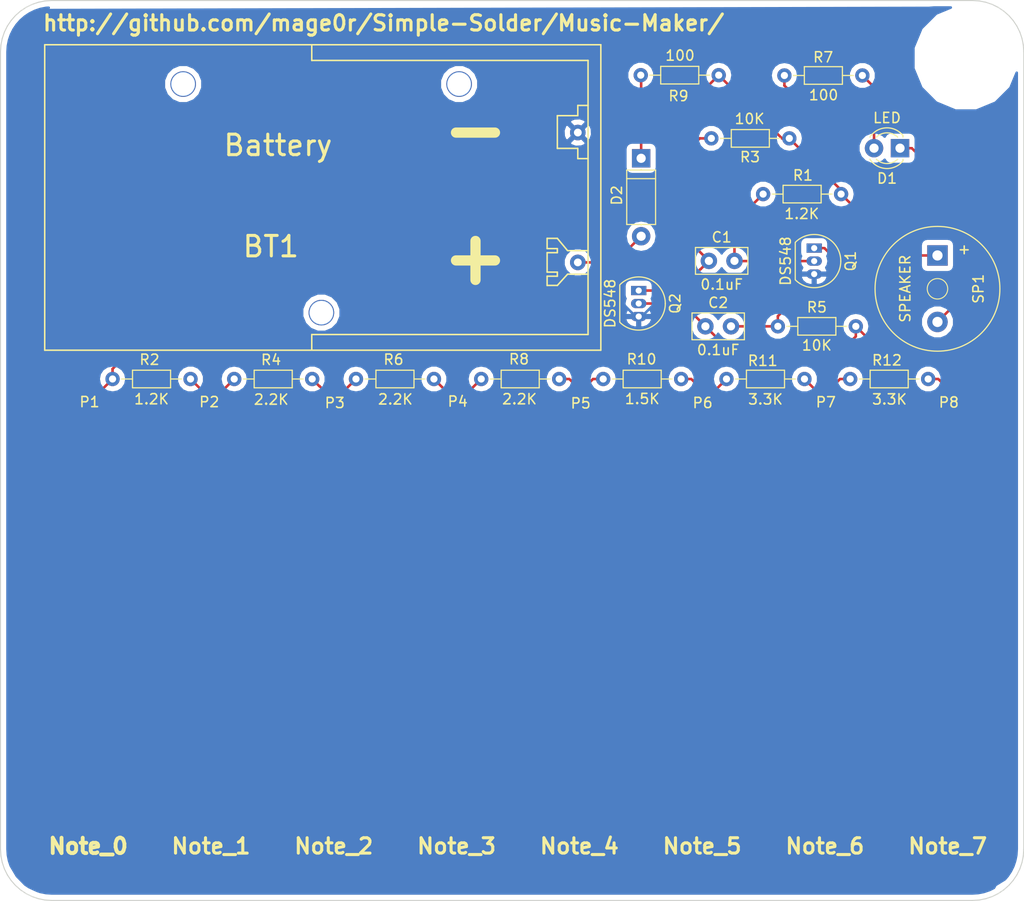
<source format=kicad_pcb>
(kicad_pcb (version 4) (host pcbnew 4.0.4-stable)

  (general
    (links 208)
    (no_connects 159)
    (area 91.229999 32.594999 191.405001 120.790001)
    (thickness 1.6)
    (drawings 53)
    (tracks 160)
    (zones 0)
    (modules 29)
    (nets 19)
  )

  (page A4)
  (layers
    (0 F.Cu signal)
    (31 B.Cu signal)
    (32 B.Adhes user)
    (33 F.Adhes user)
    (34 B.Paste user)
    (35 F.Paste user)
    (36 B.SilkS user)
    (37 F.SilkS user)
    (38 B.Mask user)
    (39 F.Mask user)
    (40 Dwgs.User user)
    (41 Cmts.User user)
    (42 Eco1.User user)
    (43 Eco2.User user)
    (44 Edge.Cuts user)
    (45 Margin user)
    (46 B.CrtYd user)
    (47 F.CrtYd user)
    (48 B.Fab user)
    (49 F.Fab user)
  )

  (setup
    (last_trace_width 0.25)
    (trace_clearance 0.2)
    (zone_clearance 0.508)
    (zone_45_only no)
    (trace_min 0.2)
    (segment_width 0.2)
    (edge_width 0.15)
    (via_size 0.6)
    (via_drill 0.4)
    (via_min_size 0.4)
    (via_min_drill 0.3)
    (uvia_size 0.3)
    (uvia_drill 0.1)
    (uvias_allowed no)
    (uvia_min_size 0.2)
    (uvia_min_drill 0.1)
    (pcb_text_width 0.3)
    (pcb_text_size 1.5 1.5)
    (mod_edge_width 0.15)
    (mod_text_size 1 1)
    (mod_text_width 0.15)
    (pad_size 9 9)
    (pad_drill 9)
    (pad_to_mask_clearance 0.2)
    (aux_axis_origin 0 0)
    (visible_elements 7FFFFFFF)
    (pcbplotparams
      (layerselection 0x010ff_80000001)
      (usegerberextensions true)
      (excludeedgelayer true)
      (linewidth 0.100000)
      (plotframeref false)
      (viasonmask false)
      (mode 1)
      (useauxorigin false)
      (hpglpennumber 1)
      (hpglpenspeed 20)
      (hpglpendiameter 15)
      (hpglpenoverlay 2)
      (psnegative false)
      (psa4output false)
      (plotreference true)
      (plotvalue true)
      (plotinvisibletext false)
      (padsonsilk false)
      (subtractmaskfromsilk false)
      (outputformat 1)
      (mirror false)
      (drillshape 0)
      (scaleselection 1)
      (outputdirectory gerber/))
  )

  (net 0 "")
  (net 1 "Net-(C1-Pad1)")
  (net 2 "Net-(C1-Pad2)")
  (net 3 "Net-(C2-Pad1)")
  (net 4 "Net-(C2-Pad2)")
  (net 5 "Net-(D1-Pad2)")
  (net 6 "Net-(D2-Pad1)")
  (net 7 /base)
  (net 8 /Notes)
  (net 9 "Net-(P2-Pad2)")
  (net 10 "Net-(P3-Pad2)")
  (net 11 "Net-(P4-Pad2)")
  (net 12 "Net-(P5-Pad2)")
  (net 13 "Net-(P6-Pad2)")
  (net 14 "Net-(P7-Pad2)")
  (net 15 "Net-(P8-Pad2)")
  (net 16 GND)
  (net 17 "Net-(R7-Pad2)")
  (net 18 +9V)

  (net_class Default "This is the default net class."
    (clearance 0.2)
    (trace_width 0.25)
    (via_dia 0.6)
    (via_drill 0.4)
    (uvia_dia 0.3)
    (uvia_drill 0.1)
    (add_net +9V)
    (add_net /Notes)
    (add_net /base)
    (add_net GND)
    (add_net "Net-(C1-Pad1)")
    (add_net "Net-(C1-Pad2)")
    (add_net "Net-(C2-Pad1)")
    (add_net "Net-(C2-Pad2)")
    (add_net "Net-(D1-Pad2)")
    (add_net "Net-(D2-Pad1)")
    (add_net "Net-(P2-Pad2)")
    (add_net "Net-(P3-Pad2)")
    (add_net "Net-(P4-Pad2)")
    (add_net "Net-(P5-Pad2)")
    (add_net "Net-(P6-Pad2)")
    (add_net "Net-(P7-Pad2)")
    (add_net "Net-(P8-Pad2)")
    (add_net "Net-(R7-Pad2)")
  )

  (module Diodes_ThroughHole:D_A-405_P7.62mm_Horizontal (layer F.Cu) (tedit 5921392E) (tstamp 59450072)
    (at 153.89 48.17 270)
    (descr "D, A-405 series, Axial, Horizontal, pin pitch=7.62mm, , length*diameter=5.2*2.7mm^2, , http://www.diodes.com/_files/packages/A-405.pdf")
    (tags "D A-405 series Axial Horizontal pin pitch 7.62mm  length 5.2mm diameter 2.7mm")
    (path /58F79090)
    (fp_text reference D2 (at 3.62 2.38 270) (layer F.SilkS)
      (effects (font (size 1 1) (thickness 0.15)))
    )
    (fp_text value D (at 3.77 -2.5 270) (layer F.Fab)
      (effects (font (size 1 1) (thickness 0.15)))
    )
    (fp_text user %R (at 3.81 0 270) (layer F.Fab)
      (effects (font (size 1 1) (thickness 0.15)))
    )
    (fp_line (start 1.21 -1.35) (end 1.21 1.35) (layer F.Fab) (width 0.1))
    (fp_line (start 1.21 1.35) (end 6.41 1.35) (layer F.Fab) (width 0.1))
    (fp_line (start 6.41 1.35) (end 6.41 -1.35) (layer F.Fab) (width 0.1))
    (fp_line (start 6.41 -1.35) (end 1.21 -1.35) (layer F.Fab) (width 0.1))
    (fp_line (start 0 0) (end 1.21 0) (layer F.Fab) (width 0.1))
    (fp_line (start 7.62 0) (end 6.41 0) (layer F.Fab) (width 0.1))
    (fp_line (start 1.99 -1.35) (end 1.99 1.35) (layer F.Fab) (width 0.1))
    (fp_line (start 1.15 -1.41) (end 1.15 1.41) (layer F.SilkS) (width 0.12))
    (fp_line (start 1.15 1.41) (end 6.47 1.41) (layer F.SilkS) (width 0.12))
    (fp_line (start 6.47 1.41) (end 6.47 -1.41) (layer F.SilkS) (width 0.12))
    (fp_line (start 6.47 -1.41) (end 1.15 -1.41) (layer F.SilkS) (width 0.12))
    (fp_line (start 1.08 0) (end 1.15 0) (layer F.SilkS) (width 0.12))
    (fp_line (start 6.54 0) (end 6.47 0) (layer F.SilkS) (width 0.12))
    (fp_line (start 1.99 -1.41) (end 1.99 1.41) (layer F.SilkS) (width 0.12))
    (fp_line (start -1.15 -1.7) (end -1.15 1.7) (layer F.CrtYd) (width 0.05))
    (fp_line (start -1.15 1.7) (end 8.8 1.7) (layer F.CrtYd) (width 0.05))
    (fp_line (start 8.8 1.7) (end 8.8 -1.7) (layer F.CrtYd) (width 0.05))
    (fp_line (start 8.8 -1.7) (end -1.15 -1.7) (layer F.CrtYd) (width 0.05))
    (pad 1 thru_hole rect (at 0 0 270) (size 1.8 1.8) (drill 0.9) (layers *.Cu *.Mask)
      (net 6 "Net-(D2-Pad1)"))
    (pad 2 thru_hole oval (at 7.62 0 270) (size 1.8 1.8) (drill 0.9) (layers *.Cu *.Mask)
      (net 18 +9V))
    (model ${KISYS3DMOD}/Diodes_THT.3dshapes/D_A-405_P7.62mm_Horizontal.wrl
      (at (xyz 0 0 0))
      (scale (xyz 0.393701 0.393701 0.393701))
      (rotate (xyz 0 0 0))
    )
  )

  (module Resistors_ThroughHole:R_Axial_DIN0204_L3.6mm_D1.6mm_P7.62mm_Horizontal (layer F.Cu) (tedit 59452F35) (tstamp 59450298)
    (at 169.85 69.75 180)
    (descr "Resistor, Axial_DIN0204 series, Axial, Horizontal, pin pitch=7.62mm, 0.16666666666666666W = 1/6W, length*diameter=3.6*1.6mm^2, http://cdn-reichelt.de/documents/datenblatt/B400/1_4W%23YAG.pdf")
    (tags "Resistor Axial_DIN0204 series Axial Horizontal pin pitch 7.62mm 0.16666666666666666W = 1/6W length 3.6mm diameter 1.6mm")
    (path /58F7B071)
    (fp_text reference R11 (at 4.08 1.78 180) (layer F.SilkS)
      (effects (font (size 1 1) (thickness 0.15)))
    )
    (fp_text value 3.3K (at 3.81 -1.99 180) (layer F.SilkS)
      (effects (font (size 1 1) (thickness 0.15)))
    )
    (fp_line (start 2.01 -0.8) (end 2.01 0.8) (layer F.Fab) (width 0.1))
    (fp_line (start 2.01 0.8) (end 5.61 0.8) (layer F.Fab) (width 0.1))
    (fp_line (start 5.61 0.8) (end 5.61 -0.8) (layer F.Fab) (width 0.1))
    (fp_line (start 5.61 -0.8) (end 2.01 -0.8) (layer F.Fab) (width 0.1))
    (fp_line (start 0 0) (end 2.01 0) (layer F.Fab) (width 0.1))
    (fp_line (start 7.62 0) (end 5.61 0) (layer F.Fab) (width 0.1))
    (fp_line (start 1.95 -0.86) (end 1.95 0.86) (layer F.SilkS) (width 0.12))
    (fp_line (start 1.95 0.86) (end 5.67 0.86) (layer F.SilkS) (width 0.12))
    (fp_line (start 5.67 0.86) (end 5.67 -0.86) (layer F.SilkS) (width 0.12))
    (fp_line (start 5.67 -0.86) (end 1.95 -0.86) (layer F.SilkS) (width 0.12))
    (fp_line (start 0.88 0) (end 1.95 0) (layer F.SilkS) (width 0.12))
    (fp_line (start 6.74 0) (end 5.67 0) (layer F.SilkS) (width 0.12))
    (fp_line (start -0.95 -1.15) (end -0.95 1.15) (layer F.CrtYd) (width 0.05))
    (fp_line (start -0.95 1.15) (end 8.6 1.15) (layer F.CrtYd) (width 0.05))
    (fp_line (start 8.6 1.15) (end 8.6 -1.15) (layer F.CrtYd) (width 0.05))
    (fp_line (start 8.6 -1.15) (end -0.95 -1.15) (layer F.CrtYd) (width 0.05))
    (pad 1 thru_hole circle (at 0 0 180) (size 1.4 1.4) (drill 0.7) (layers *.Cu *.Mask)
      (net 14 "Net-(P7-Pad2)"))
    (pad 2 thru_hole oval (at 7.62 0 180) (size 1.4 1.4) (drill 0.7) (layers *.Cu *.Mask)
      (net 13 "Net-(P6-Pad2)"))
    (model Resistors_THT.3dshapes/R_Axial_DIN0204_L3.6mm_D1.6mm_P7.62mm_Horizontal.wrl
      (at (xyz 0 0 0))
      (scale (xyz 0.393701 0.393701 0.393701))
      (rotate (xyz 0 0 0))
    )
  )

  (module Capacitors_ThroughHole:C_Disc_D5.0mm_W2.5mm_P2.50mm (layer F.Cu) (tedit 59452F22) (tstamp 59450060)
    (at 160.51 58.2)
    (descr "C, Disc series, Radial, pin pitch=2.50mm, , diameter*width=5*2.5mm^2, Capacitor, http://cdn-reichelt.de/documents/datenblatt/B300/DS_KERKO_TC.pdf")
    (tags "C Disc series Radial pin pitch 2.50mm  diameter 5mm width 2.5mm Capacitor")
    (path /58F798AF)
    (fp_text reference C1 (at 1.25 -2.31) (layer F.SilkS)
      (effects (font (size 1 1) (thickness 0.15)))
    )
    (fp_text value 0.1uF (at 1.25 2.31) (layer F.SilkS)
      (effects (font (size 1 1) (thickness 0.15)))
    )
    (fp_text user %R (at 1.25 0) (layer F.Fab)
      (effects (font (size 1 1) (thickness 0.15)))
    )
    (fp_line (start -1.25 -1.25) (end -1.25 1.25) (layer F.Fab) (width 0.1))
    (fp_line (start -1.25 1.25) (end 3.75 1.25) (layer F.Fab) (width 0.1))
    (fp_line (start 3.75 1.25) (end 3.75 -1.25) (layer F.Fab) (width 0.1))
    (fp_line (start 3.75 -1.25) (end -1.25 -1.25) (layer F.Fab) (width 0.1))
    (fp_line (start -1.31 -1.31) (end 3.81 -1.31) (layer F.SilkS) (width 0.12))
    (fp_line (start -1.31 1.31) (end 3.81 1.31) (layer F.SilkS) (width 0.12))
    (fp_line (start -1.31 -1.31) (end -1.31 1.31) (layer F.SilkS) (width 0.12))
    (fp_line (start 3.81 -1.31) (end 3.81 1.31) (layer F.SilkS) (width 0.12))
    (fp_line (start -1.6 -1.6) (end -1.6 1.6) (layer F.CrtYd) (width 0.05))
    (fp_line (start -1.6 1.6) (end 4.1 1.6) (layer F.CrtYd) (width 0.05))
    (fp_line (start 4.1 1.6) (end 4.1 -1.6) (layer F.CrtYd) (width 0.05))
    (fp_line (start 4.1 -1.6) (end -1.6 -1.6) (layer F.CrtYd) (width 0.05))
    (pad 1 thru_hole circle (at 0 0) (size 1.6 1.6) (drill 0.8) (layers *.Cu *.Mask)
      (net 1 "Net-(C1-Pad1)"))
    (pad 2 thru_hole circle (at 2.5 0) (size 1.6 1.6) (drill 0.8) (layers *.Cu *.Mask)
      (net 2 "Net-(C1-Pad2)"))
    (model ${KISYS3DMOD}/Capacitors_THT.3dshapes/C_Disc_D5.0mm_W2.5mm_P2.50mm.wrl
      (at (xyz 0 0 0))
      (scale (xyz 0.393701 0.393701 0.393701))
      (rotate (xyz 0 0 0))
    )
  )

  (module Capacitors_ThroughHole:C_Disc_D5.0mm_W2.5mm_P2.50mm (layer F.Cu) (tedit 59452F2A) (tstamp 59450066)
    (at 160.17 64.6)
    (descr "C, Disc series, Radial, pin pitch=2.50mm, , diameter*width=5*2.5mm^2, Capacitor, http://cdn-reichelt.de/documents/datenblatt/B300/DS_KERKO_TC.pdf")
    (tags "C Disc series Radial pin pitch 2.50mm  diameter 5mm width 2.5mm Capacitor")
    (path /58F794D7)
    (fp_text reference C2 (at 1.25 -2.31) (layer F.SilkS)
      (effects (font (size 1 1) (thickness 0.15)))
    )
    (fp_text value 0.1uF (at 1.25 2.31) (layer F.SilkS)
      (effects (font (size 1 1) (thickness 0.15)))
    )
    (fp_text user %R (at 1.25 0) (layer F.Fab)
      (effects (font (size 1 1) (thickness 0.15)))
    )
    (fp_line (start -1.25 -1.25) (end -1.25 1.25) (layer F.Fab) (width 0.1))
    (fp_line (start -1.25 1.25) (end 3.75 1.25) (layer F.Fab) (width 0.1))
    (fp_line (start 3.75 1.25) (end 3.75 -1.25) (layer F.Fab) (width 0.1))
    (fp_line (start 3.75 -1.25) (end -1.25 -1.25) (layer F.Fab) (width 0.1))
    (fp_line (start -1.31 -1.31) (end 3.81 -1.31) (layer F.SilkS) (width 0.12))
    (fp_line (start -1.31 1.31) (end 3.81 1.31) (layer F.SilkS) (width 0.12))
    (fp_line (start -1.31 -1.31) (end -1.31 1.31) (layer F.SilkS) (width 0.12))
    (fp_line (start 3.81 -1.31) (end 3.81 1.31) (layer F.SilkS) (width 0.12))
    (fp_line (start -1.6 -1.6) (end -1.6 1.6) (layer F.CrtYd) (width 0.05))
    (fp_line (start -1.6 1.6) (end 4.1 1.6) (layer F.CrtYd) (width 0.05))
    (fp_line (start 4.1 1.6) (end 4.1 -1.6) (layer F.CrtYd) (width 0.05))
    (fp_line (start 4.1 -1.6) (end -1.6 -1.6) (layer F.CrtYd) (width 0.05))
    (pad 1 thru_hole circle (at 0 0) (size 1.6 1.6) (drill 0.8) (layers *.Cu *.Mask)
      (net 3 "Net-(C2-Pad1)"))
    (pad 2 thru_hole circle (at 2.5 0) (size 1.6 1.6) (drill 0.8) (layers *.Cu *.Mask)
      (net 4 "Net-(C2-Pad2)"))
    (model ${KISYS3DMOD}/Capacitors_THT.3dshapes/C_Disc_D5.0mm_W2.5mm_P2.50mm.wrl
      (at (xyz 0 0 0))
      (scale (xyz 0.393701 0.393701 0.393701))
      (rotate (xyz 0 0 0))
    )
  )

  (module LEDs:LED_D3.0mm_FlatTop (layer F.Cu) (tedit 59452F39) (tstamp 5945006C)
    (at 179.19 47.18 180)
    (descr "LED, Round, FlatTop, diameter 3.0mm, 2 pins, http://www.kingbright.com/attachments/file/psearch/000/00/00/L-47XEC(Ver.9A).pdf")
    (tags "LED Round FlatTop diameter 3.0mm 2 pins")
    (path /58F79482)
    (fp_text reference D1 (at 1.27 -2.96 180) (layer F.SilkS)
      (effects (font (size 1 1) (thickness 0.15)))
    )
    (fp_text value LED (at 1.27 2.96 180) (layer F.SilkS)
      (effects (font (size 1 1) (thickness 0.15)))
    )
    (fp_arc (start 1.27 0) (end -0.23 -1.16619) (angle 284.3) (layer F.Fab) (width 0.1))
    (fp_arc (start 1.27 0) (end -0.29 -1.235516) (angle 108.8) (layer F.SilkS) (width 0.12))
    (fp_arc (start 1.27 0) (end -0.29 1.235516) (angle -108.8) (layer F.SilkS) (width 0.12))
    (fp_arc (start 1.27 0) (end 0.229039 -1.08) (angle 87.9) (layer F.SilkS) (width 0.12))
    (fp_arc (start 1.27 0) (end 0.229039 1.08) (angle -87.9) (layer F.SilkS) (width 0.12))
    (fp_circle (center 1.27 0) (end 2.77 0) (layer F.Fab) (width 0.1))
    (fp_line (start -0.23 -1.16619) (end -0.23 1.16619) (layer F.Fab) (width 0.1))
    (fp_line (start -0.29 -1.236) (end -0.29 -1.08) (layer F.SilkS) (width 0.12))
    (fp_line (start -0.29 1.08) (end -0.29 1.236) (layer F.SilkS) (width 0.12))
    (fp_line (start -1.15 -2.25) (end -1.15 2.25) (layer F.CrtYd) (width 0.05))
    (fp_line (start -1.15 2.25) (end 3.7 2.25) (layer F.CrtYd) (width 0.05))
    (fp_line (start 3.7 2.25) (end 3.7 -2.25) (layer F.CrtYd) (width 0.05))
    (fp_line (start 3.7 -2.25) (end -1.15 -2.25) (layer F.CrtYd) (width 0.05))
    (pad 1 thru_hole rect (at 0 0 180) (size 1.8 1.8) (drill 0.9) (layers *.Cu *.Mask)
      (net 3 "Net-(C2-Pad1)"))
    (pad 2 thru_hole circle (at 2.54 0 180) (size 1.8 1.8) (drill 0.9) (layers *.Cu *.Mask)
      (net 5 "Net-(D1-Pad2)"))
    (model LEDs.3dshapes/LED_D3.0mm_FlatTop.wrl
      (at (xyz 0 0 0))
      (scale (xyz 0.393701 0.393701 0.393701))
      (rotate (xyz 0 0 0))
    )
  )

  (module TO_SOT_Packages_THT:TO-92_Inline_Narrow_Oval (layer F.Cu) (tedit 59452F5C) (tstamp 5945024F)
    (at 170.8 56.95 270)
    (descr "TO-92 leads in-line, narrow, oval pads, drill 0.6mm (see NXP sot054_po.pdf)")
    (tags "to-92 sc-43 sc-43a sot54 PA33 transistor")
    (path /58F79B1F)
    (fp_text reference Q1 (at 1.27 -3.56 270) (layer F.SilkS)
      (effects (font (size 1 1) (thickness 0.15)))
    )
    (fp_text value DS548 (at 1.27 2.79 270) (layer F.SilkS)
      (effects (font (size 1 1) (thickness 0.15)))
    )
    (fp_text user %R (at 1.27 -3.56 270) (layer F.Fab)
      (effects (font (size 1 1) (thickness 0.15)))
    )
    (fp_line (start -0.53 1.85) (end 3.07 1.85) (layer F.SilkS) (width 0.12))
    (fp_line (start -0.5 1.75) (end 3 1.75) (layer F.Fab) (width 0.1))
    (fp_line (start -1.46 -2.73) (end 4 -2.73) (layer F.CrtYd) (width 0.05))
    (fp_line (start -1.46 -2.73) (end -1.46 2.01) (layer F.CrtYd) (width 0.05))
    (fp_line (start 4 2.01) (end 4 -2.73) (layer F.CrtYd) (width 0.05))
    (fp_line (start 4 2.01) (end -1.46 2.01) (layer F.CrtYd) (width 0.05))
    (fp_arc (start 1.27 0) (end 1.27 -2.48) (angle 135) (layer F.Fab) (width 0.1))
    (fp_arc (start 1.27 0) (end 1.27 -2.6) (angle -135) (layer F.SilkS) (width 0.12))
    (fp_arc (start 1.27 0) (end 1.27 -2.48) (angle -135) (layer F.Fab) (width 0.1))
    (fp_arc (start 1.27 0) (end 1.27 -2.6) (angle 135) (layer F.SilkS) (width 0.12))
    (pad 2 thru_hole oval (at 1.27 0 90) (size 0.9 1.5) (drill 0.6) (layers *.Cu *.Mask)
      (net 2 "Net-(C1-Pad2)"))
    (pad 3 thru_hole oval (at 2.54 0 90) (size 0.9 1.5) (drill 0.6) (layers *.Cu *.Mask)
      (net 16 GND))
    (pad 1 thru_hole rect (at 0 0 90) (size 0.9 1.5) (drill 0.6) (layers *.Cu *.Mask)
      (net 4 "Net-(C2-Pad2)"))
    (model ${KISYS3DMOD}/TO_SOT_Packages_THT.3dshapes/TO-92_Inline_Narrow_Oval.wrl
      (at (xyz 0.05 0 0))
      (scale (xyz 1 1 1))
      (rotate (xyz 0 0 -90))
    )
  )

  (module TO_SOT_Packages_THT:TO-92_Inline_Narrow_Oval (layer F.Cu) (tedit 59452F27) (tstamp 59450256)
    (at 153.65 61.1 270)
    (descr "TO-92 leads in-line, narrow, oval pads, drill 0.6mm (see NXP sot054_po.pdf)")
    (tags "to-92 sc-43 sc-43a sot54 PA33 transistor")
    (path /58F79561)
    (fp_text reference Q2 (at 1.27 -3.56 270) (layer F.SilkS)
      (effects (font (size 1 1) (thickness 0.15)))
    )
    (fp_text value DS548 (at 1.27 2.79 270) (layer F.SilkS)
      (effects (font (size 1 1) (thickness 0.15)))
    )
    (fp_text user %R (at 1.27 -3.56 270) (layer F.Fab)
      (effects (font (size 1 1) (thickness 0.15)))
    )
    (fp_line (start -0.53 1.85) (end 3.07 1.85) (layer F.SilkS) (width 0.12))
    (fp_line (start -0.5 1.75) (end 3 1.75) (layer F.Fab) (width 0.1))
    (fp_line (start -1.46 -2.73) (end 4 -2.73) (layer F.CrtYd) (width 0.05))
    (fp_line (start -1.46 -2.73) (end -1.46 2.01) (layer F.CrtYd) (width 0.05))
    (fp_line (start 4 2.01) (end 4 -2.73) (layer F.CrtYd) (width 0.05))
    (fp_line (start 4 2.01) (end -1.46 2.01) (layer F.CrtYd) (width 0.05))
    (fp_arc (start 1.27 0) (end 1.27 -2.48) (angle 135) (layer F.Fab) (width 0.1))
    (fp_arc (start 1.27 0) (end 1.27 -2.6) (angle -135) (layer F.SilkS) (width 0.12))
    (fp_arc (start 1.27 0) (end 1.27 -2.48) (angle -135) (layer F.Fab) (width 0.1))
    (fp_arc (start 1.27 0) (end 1.27 -2.6) (angle 135) (layer F.SilkS) (width 0.12))
    (pad 2 thru_hole oval (at 1.27 0 90) (size 0.9 1.5) (drill 0.6) (layers *.Cu *.Mask)
      (net 3 "Net-(C2-Pad1)"))
    (pad 3 thru_hole oval (at 2.54 0 90) (size 0.9 1.5) (drill 0.6) (layers *.Cu *.Mask)
      (net 16 GND))
    (pad 1 thru_hole rect (at 0 0 90) (size 0.9 1.5) (drill 0.6) (layers *.Cu *.Mask)
      (net 1 "Net-(C1-Pad1)"))
    (model ${KISYS3DMOD}/TO_SOT_Packages_THT.3dshapes/TO-92_Inline_Narrow_Oval.wrl
      (at (xyz 0.05 0 0))
      (scale (xyz 1 1 1))
      (rotate (xyz 0 0 -90))
    )
  )

  (module Resistors_ThroughHole:R_Axial_DIN0204_L3.6mm_D1.6mm_P7.62mm_Horizontal (layer F.Cu) (tedit 59452F99) (tstamp 5945025C)
    (at 165.81 51.67)
    (descr "Resistor, Axial_DIN0204 series, Axial, Horizontal, pin pitch=7.62mm, 0.16666666666666666W = 1/6W, length*diameter=3.6*1.6mm^2, http://cdn-reichelt.de/documents/datenblatt/B400/1_4W%23YAG.pdf")
    (tags "Resistor Axial_DIN0204 series Axial Horizontal pin pitch 7.62mm 0.16666666666666666W = 1/6W length 3.6mm diameter 1.6mm")
    (path /58F799D4)
    (fp_text reference R1 (at 3.89 -1.83) (layer F.SilkS)
      (effects (font (size 1 1) (thickness 0.15)))
    )
    (fp_text value 1.2K (at 3.78 1.93) (layer F.SilkS)
      (effects (font (size 1 1) (thickness 0.15)))
    )
    (fp_line (start 2.01 -0.8) (end 2.01 0.8) (layer F.Fab) (width 0.1))
    (fp_line (start 2.01 0.8) (end 5.61 0.8) (layer F.Fab) (width 0.1))
    (fp_line (start 5.61 0.8) (end 5.61 -0.8) (layer F.Fab) (width 0.1))
    (fp_line (start 5.61 -0.8) (end 2.01 -0.8) (layer F.Fab) (width 0.1))
    (fp_line (start 0 0) (end 2.01 0) (layer F.Fab) (width 0.1))
    (fp_line (start 7.62 0) (end 5.61 0) (layer F.Fab) (width 0.1))
    (fp_line (start 1.95 -0.86) (end 1.95 0.86) (layer F.SilkS) (width 0.12))
    (fp_line (start 1.95 0.86) (end 5.67 0.86) (layer F.SilkS) (width 0.12))
    (fp_line (start 5.67 0.86) (end 5.67 -0.86) (layer F.SilkS) (width 0.12))
    (fp_line (start 5.67 -0.86) (end 1.95 -0.86) (layer F.SilkS) (width 0.12))
    (fp_line (start 0.88 0) (end 1.95 0) (layer F.SilkS) (width 0.12))
    (fp_line (start 6.74 0) (end 5.67 0) (layer F.SilkS) (width 0.12))
    (fp_line (start -0.95 -1.15) (end -0.95 1.15) (layer F.CrtYd) (width 0.05))
    (fp_line (start -0.95 1.15) (end 8.6 1.15) (layer F.CrtYd) (width 0.05))
    (fp_line (start 8.6 1.15) (end 8.6 -1.15) (layer F.CrtYd) (width 0.05))
    (fp_line (start 8.6 -1.15) (end -0.95 -1.15) (layer F.CrtYd) (width 0.05))
    (pad 1 thru_hole circle (at 0 0) (size 1.4 1.4) (drill 0.7) (layers *.Cu *.Mask)
      (net 2 "Net-(C1-Pad2)"))
    (pad 2 thru_hole oval (at 7.62 0) (size 1.4 1.4) (drill 0.7) (layers *.Cu *.Mask)
      (net 8 /Notes))
    (model Resistors_THT.3dshapes/R_Axial_DIN0204_L3.6mm_D1.6mm_P7.62mm_Horizontal.wrl
      (at (xyz 0 0 0))
      (scale (xyz 0.393701 0.393701 0.393701))
      (rotate (xyz 0 0 0))
    )
  )

  (module Resistors_ThroughHole:R_Axial_DIN0204_L3.6mm_D1.6mm_P7.62mm_Horizontal (layer F.Cu) (tedit 59452FCE) (tstamp 59450262)
    (at 109.85 69.75 180)
    (descr "Resistor, Axial_DIN0204 series, Axial, Horizontal, pin pitch=7.62mm, 0.16666666666666666W = 1/6W, length*diameter=3.6*1.6mm^2, http://cdn-reichelt.de/documents/datenblatt/B400/1_4W%23YAG.pdf")
    (tags "Resistor Axial_DIN0204 series Axial Horizontal pin pitch 7.62mm 0.16666666666666666W = 1/6W length 3.6mm diameter 1.6mm")
    (path /58F7A43D)
    (fp_text reference R2 (at 4.01 1.89 180) (layer F.SilkS)
      (effects (font (size 1 1) (thickness 0.15)))
    )
    (fp_text value 1.2K (at 3.81 -1.97 180) (layer F.SilkS)
      (effects (font (size 1 1) (thickness 0.15)))
    )
    (fp_line (start 2.01 -0.8) (end 2.01 0.8) (layer F.Fab) (width 0.1))
    (fp_line (start 2.01 0.8) (end 5.61 0.8) (layer F.Fab) (width 0.1))
    (fp_line (start 5.61 0.8) (end 5.61 -0.8) (layer F.Fab) (width 0.1))
    (fp_line (start 5.61 -0.8) (end 2.01 -0.8) (layer F.Fab) (width 0.1))
    (fp_line (start 0 0) (end 2.01 0) (layer F.Fab) (width 0.1))
    (fp_line (start 7.62 0) (end 5.61 0) (layer F.Fab) (width 0.1))
    (fp_line (start 1.95 -0.86) (end 1.95 0.86) (layer F.SilkS) (width 0.12))
    (fp_line (start 1.95 0.86) (end 5.67 0.86) (layer F.SilkS) (width 0.12))
    (fp_line (start 5.67 0.86) (end 5.67 -0.86) (layer F.SilkS) (width 0.12))
    (fp_line (start 5.67 -0.86) (end 1.95 -0.86) (layer F.SilkS) (width 0.12))
    (fp_line (start 0.88 0) (end 1.95 0) (layer F.SilkS) (width 0.12))
    (fp_line (start 6.74 0) (end 5.67 0) (layer F.SilkS) (width 0.12))
    (fp_line (start -0.95 -1.15) (end -0.95 1.15) (layer F.CrtYd) (width 0.05))
    (fp_line (start -0.95 1.15) (end 8.6 1.15) (layer F.CrtYd) (width 0.05))
    (fp_line (start 8.6 1.15) (end 8.6 -1.15) (layer F.CrtYd) (width 0.05))
    (fp_line (start 8.6 -1.15) (end -0.95 -1.15) (layer F.CrtYd) (width 0.05))
    (pad 1 thru_hole circle (at 0 0 180) (size 1.4 1.4) (drill 0.7) (layers *.Cu *.Mask)
      (net 9 "Net-(P2-Pad2)"))
    (pad 2 thru_hole oval (at 7.62 0 180) (size 1.4 1.4) (drill 0.7) (layers *.Cu *.Mask)
      (net 8 /Notes))
    (model Resistors_THT.3dshapes/R_Axial_DIN0204_L3.6mm_D1.6mm_P7.62mm_Horizontal.wrl
      (at (xyz 0 0 0))
      (scale (xyz 0.393701 0.393701 0.393701))
      (rotate (xyz 0 0 0))
    )
  )

  (module Resistors_ThroughHole:R_Axial_DIN0204_L3.6mm_D1.6mm_P7.62mm_Horizontal (layer F.Cu) (tedit 59452FBC) (tstamp 59450268)
    (at 160.75 46.22)
    (descr "Resistor, Axial_DIN0204 series, Axial, Horizontal, pin pitch=7.62mm, 0.16666666666666666W = 1/6W, length*diameter=3.6*1.6mm^2, http://cdn-reichelt.de/documents/datenblatt/B400/1_4W%23YAG.pdf")
    (tags "Resistor Axial_DIN0204 series Axial Horizontal pin pitch 7.62mm 0.16666666666666666W = 1/6W length 3.6mm diameter 1.6mm")
    (path /58F7986E)
    (fp_text reference R3 (at 3.78 1.83) (layer F.SilkS)
      (effects (font (size 1 1) (thickness 0.15)))
    )
    (fp_text value 10K (at 3.74 -1.91) (layer F.SilkS)
      (effects (font (size 1 1) (thickness 0.15)))
    )
    (fp_line (start 2.01 -0.8) (end 2.01 0.8) (layer F.Fab) (width 0.1))
    (fp_line (start 2.01 0.8) (end 5.61 0.8) (layer F.Fab) (width 0.1))
    (fp_line (start 5.61 0.8) (end 5.61 -0.8) (layer F.Fab) (width 0.1))
    (fp_line (start 5.61 -0.8) (end 2.01 -0.8) (layer F.Fab) (width 0.1))
    (fp_line (start 0 0) (end 2.01 0) (layer F.Fab) (width 0.1))
    (fp_line (start 7.62 0) (end 5.61 0) (layer F.Fab) (width 0.1))
    (fp_line (start 1.95 -0.86) (end 1.95 0.86) (layer F.SilkS) (width 0.12))
    (fp_line (start 1.95 0.86) (end 5.67 0.86) (layer F.SilkS) (width 0.12))
    (fp_line (start 5.67 0.86) (end 5.67 -0.86) (layer F.SilkS) (width 0.12))
    (fp_line (start 5.67 -0.86) (end 1.95 -0.86) (layer F.SilkS) (width 0.12))
    (fp_line (start 0.88 0) (end 1.95 0) (layer F.SilkS) (width 0.12))
    (fp_line (start 6.74 0) (end 5.67 0) (layer F.SilkS) (width 0.12))
    (fp_line (start -0.95 -1.15) (end -0.95 1.15) (layer F.CrtYd) (width 0.05))
    (fp_line (start -0.95 1.15) (end 8.6 1.15) (layer F.CrtYd) (width 0.05))
    (fp_line (start 8.6 1.15) (end 8.6 -1.15) (layer F.CrtYd) (width 0.05))
    (fp_line (start 8.6 -1.15) (end -0.95 -1.15) (layer F.CrtYd) (width 0.05))
    (pad 1 thru_hole circle (at 0 0) (size 1.4 1.4) (drill 0.7) (layers *.Cu *.Mask)
      (net 1 "Net-(C1-Pad1)"))
    (pad 2 thru_hole oval (at 7.62 0) (size 1.4 1.4) (drill 0.7) (layers *.Cu *.Mask)
      (net 8 /Notes))
    (model Resistors_THT.3dshapes/R_Axial_DIN0204_L3.6mm_D1.6mm_P7.62mm_Horizontal.wrl
      (at (xyz 0 0 0))
      (scale (xyz 0.393701 0.393701 0.393701))
      (rotate (xyz 0 0 0))
    )
  )

  (module Resistors_ThroughHole:R_Axial_DIN0204_L3.6mm_D1.6mm_P7.62mm_Horizontal (layer F.Cu) (tedit 59452FCA) (tstamp 5945026E)
    (at 121.74 69.75 180)
    (descr "Resistor, Axial_DIN0204 series, Axial, Horizontal, pin pitch=7.62mm, 0.16666666666666666W = 1/6W, length*diameter=3.6*1.6mm^2, http://cdn-reichelt.de/documents/datenblatt/B400/1_4W%23YAG.pdf")
    (tags "Resistor Axial_DIN0204 series Axial Horizontal pin pitch 7.62mm 0.16666666666666666W = 1/6W length 3.6mm diameter 1.6mm")
    (path /58F7AC9E)
    (fp_text reference R4 (at 4.02 1.87 180) (layer F.SilkS)
      (effects (font (size 1 1) (thickness 0.15)))
    )
    (fp_text value 2.2K (at 4 -2.01 180) (layer F.SilkS)
      (effects (font (size 1 1) (thickness 0.15)))
    )
    (fp_line (start 2.01 -0.8) (end 2.01 0.8) (layer F.Fab) (width 0.1))
    (fp_line (start 2.01 0.8) (end 5.61 0.8) (layer F.Fab) (width 0.1))
    (fp_line (start 5.61 0.8) (end 5.61 -0.8) (layer F.Fab) (width 0.1))
    (fp_line (start 5.61 -0.8) (end 2.01 -0.8) (layer F.Fab) (width 0.1))
    (fp_line (start 0 0) (end 2.01 0) (layer F.Fab) (width 0.1))
    (fp_line (start 7.62 0) (end 5.61 0) (layer F.Fab) (width 0.1))
    (fp_line (start 1.95 -0.86) (end 1.95 0.86) (layer F.SilkS) (width 0.12))
    (fp_line (start 1.95 0.86) (end 5.67 0.86) (layer F.SilkS) (width 0.12))
    (fp_line (start 5.67 0.86) (end 5.67 -0.86) (layer F.SilkS) (width 0.12))
    (fp_line (start 5.67 -0.86) (end 1.95 -0.86) (layer F.SilkS) (width 0.12))
    (fp_line (start 0.88 0) (end 1.95 0) (layer F.SilkS) (width 0.12))
    (fp_line (start 6.74 0) (end 5.67 0) (layer F.SilkS) (width 0.12))
    (fp_line (start -0.95 -1.15) (end -0.95 1.15) (layer F.CrtYd) (width 0.05))
    (fp_line (start -0.95 1.15) (end 8.6 1.15) (layer F.CrtYd) (width 0.05))
    (fp_line (start 8.6 1.15) (end 8.6 -1.15) (layer F.CrtYd) (width 0.05))
    (fp_line (start 8.6 -1.15) (end -0.95 -1.15) (layer F.CrtYd) (width 0.05))
    (pad 1 thru_hole circle (at 0 0 180) (size 1.4 1.4) (drill 0.7) (layers *.Cu *.Mask)
      (net 10 "Net-(P3-Pad2)"))
    (pad 2 thru_hole oval (at 7.62 0 180) (size 1.4 1.4) (drill 0.7) (layers *.Cu *.Mask)
      (net 9 "Net-(P2-Pad2)"))
    (model Resistors_THT.3dshapes/R_Axial_DIN0204_L3.6mm_D1.6mm_P7.62mm_Horizontal.wrl
      (at (xyz 0 0 0))
      (scale (xyz 0.393701 0.393701 0.393701))
      (rotate (xyz 0 0 0))
    )
  )

  (module Resistors_ThroughHole:R_Axial_DIN0204_L3.6mm_D1.6mm_P7.62mm_Horizontal (layer F.Cu) (tedit 59452F2E) (tstamp 59450274)
    (at 167.25 64.6)
    (descr "Resistor, Axial_DIN0204 series, Axial, Horizontal, pin pitch=7.62mm, 0.16666666666666666W = 1/6W, length*diameter=3.6*1.6mm^2, http://cdn-reichelt.de/documents/datenblatt/B400/1_4W%23YAG.pdf")
    (tags "Resistor Axial_DIN0204 series Axial Horizontal pin pitch 7.62mm 0.16666666666666666W = 1/6W length 3.6mm diameter 1.6mm")
    (path /58F796B7)
    (fp_text reference R5 (at 3.81 -1.86) (layer F.SilkS)
      (effects (font (size 1 1) (thickness 0.15)))
    )
    (fp_text value 10K (at 3.81 1.86) (layer F.SilkS)
      (effects (font (size 1 1) (thickness 0.15)))
    )
    (fp_line (start 2.01 -0.8) (end 2.01 0.8) (layer F.Fab) (width 0.1))
    (fp_line (start 2.01 0.8) (end 5.61 0.8) (layer F.Fab) (width 0.1))
    (fp_line (start 5.61 0.8) (end 5.61 -0.8) (layer F.Fab) (width 0.1))
    (fp_line (start 5.61 -0.8) (end 2.01 -0.8) (layer F.Fab) (width 0.1))
    (fp_line (start 0 0) (end 2.01 0) (layer F.Fab) (width 0.1))
    (fp_line (start 7.62 0) (end 5.61 0) (layer F.Fab) (width 0.1))
    (fp_line (start 1.95 -0.86) (end 1.95 0.86) (layer F.SilkS) (width 0.12))
    (fp_line (start 1.95 0.86) (end 5.67 0.86) (layer F.SilkS) (width 0.12))
    (fp_line (start 5.67 0.86) (end 5.67 -0.86) (layer F.SilkS) (width 0.12))
    (fp_line (start 5.67 -0.86) (end 1.95 -0.86) (layer F.SilkS) (width 0.12))
    (fp_line (start 0.88 0) (end 1.95 0) (layer F.SilkS) (width 0.12))
    (fp_line (start 6.74 0) (end 5.67 0) (layer F.SilkS) (width 0.12))
    (fp_line (start -0.95 -1.15) (end -0.95 1.15) (layer F.CrtYd) (width 0.05))
    (fp_line (start -0.95 1.15) (end 8.6 1.15) (layer F.CrtYd) (width 0.05))
    (fp_line (start 8.6 1.15) (end 8.6 -1.15) (layer F.CrtYd) (width 0.05))
    (fp_line (start 8.6 -1.15) (end -0.95 -1.15) (layer F.CrtYd) (width 0.05))
    (pad 1 thru_hole circle (at 0 0) (size 1.4 1.4) (drill 0.7) (layers *.Cu *.Mask)
      (net 4 "Net-(C2-Pad2)"))
    (pad 2 thru_hole oval (at 7.62 0) (size 1.4 1.4) (drill 0.7) (layers *.Cu *.Mask)
      (net 7 /base))
    (model Resistors_THT.3dshapes/R_Axial_DIN0204_L3.6mm_D1.6mm_P7.62mm_Horizontal.wrl
      (at (xyz 0 0 0))
      (scale (xyz 0.393701 0.393701 0.393701))
      (rotate (xyz 0 0 0))
    )
  )

  (module Resistors_ThroughHole:R_Axial_DIN0204_L3.6mm_D1.6mm_P7.62mm_Horizontal (layer F.Cu) (tedit 59452FC6) (tstamp 5945027A)
    (at 133.64 69.75 180)
    (descr "Resistor, Axial_DIN0204 series, Axial, Horizontal, pin pitch=7.62mm, 0.16666666666666666W = 1/6W, length*diameter=3.6*1.6mm^2, http://cdn-reichelt.de/documents/datenblatt/B400/1_4W%23YAG.pdf")
    (tags "Resistor Axial_DIN0204 series Axial Horizontal pin pitch 7.62mm 0.16666666666666666W = 1/6W length 3.6mm diameter 1.6mm")
    (path /58F7AD83)
    (fp_text reference R6 (at 3.95 1.9 180) (layer F.SilkS)
      (effects (font (size 1 1) (thickness 0.15)))
    )
    (fp_text value 2.2K (at 3.77 -1.99 180) (layer F.SilkS)
      (effects (font (size 1 1) (thickness 0.15)))
    )
    (fp_line (start 2.01 -0.8) (end 2.01 0.8) (layer F.Fab) (width 0.1))
    (fp_line (start 2.01 0.8) (end 5.61 0.8) (layer F.Fab) (width 0.1))
    (fp_line (start 5.61 0.8) (end 5.61 -0.8) (layer F.Fab) (width 0.1))
    (fp_line (start 5.61 -0.8) (end 2.01 -0.8) (layer F.Fab) (width 0.1))
    (fp_line (start 0 0) (end 2.01 0) (layer F.Fab) (width 0.1))
    (fp_line (start 7.62 0) (end 5.61 0) (layer F.Fab) (width 0.1))
    (fp_line (start 1.95 -0.86) (end 1.95 0.86) (layer F.SilkS) (width 0.12))
    (fp_line (start 1.95 0.86) (end 5.67 0.86) (layer F.SilkS) (width 0.12))
    (fp_line (start 5.67 0.86) (end 5.67 -0.86) (layer F.SilkS) (width 0.12))
    (fp_line (start 5.67 -0.86) (end 1.95 -0.86) (layer F.SilkS) (width 0.12))
    (fp_line (start 0.88 0) (end 1.95 0) (layer F.SilkS) (width 0.12))
    (fp_line (start 6.74 0) (end 5.67 0) (layer F.SilkS) (width 0.12))
    (fp_line (start -0.95 -1.15) (end -0.95 1.15) (layer F.CrtYd) (width 0.05))
    (fp_line (start -0.95 1.15) (end 8.6 1.15) (layer F.CrtYd) (width 0.05))
    (fp_line (start 8.6 1.15) (end 8.6 -1.15) (layer F.CrtYd) (width 0.05))
    (fp_line (start 8.6 -1.15) (end -0.95 -1.15) (layer F.CrtYd) (width 0.05))
    (pad 1 thru_hole circle (at 0 0 180) (size 1.4 1.4) (drill 0.7) (layers *.Cu *.Mask)
      (net 11 "Net-(P4-Pad2)"))
    (pad 2 thru_hole oval (at 7.62 0 180) (size 1.4 1.4) (drill 0.7) (layers *.Cu *.Mask)
      (net 10 "Net-(P3-Pad2)"))
    (model Resistors_THT.3dshapes/R_Axial_DIN0204_L3.6mm_D1.6mm_P7.62mm_Horizontal.wrl
      (at (xyz 0 0 0))
      (scale (xyz 0.393701 0.393701 0.393701))
      (rotate (xyz 0 0 0))
    )
  )

  (module Resistors_ThroughHole:R_Axial_DIN0204_L3.6mm_D1.6mm_P7.62mm_Horizontal (layer F.Cu) (tedit 59452FA6) (tstamp 59450280)
    (at 175.51 40.07 180)
    (descr "Resistor, Axial_DIN0204 series, Axial, Horizontal, pin pitch=7.62mm, 0.16666666666666666W = 1/6W, length*diameter=3.6*1.6mm^2, http://cdn-reichelt.de/documents/datenblatt/B400/1_4W%23YAG.pdf")
    (tags "Resistor Axial_DIN0204 series Axial Horizontal pin pitch 7.62mm 0.16666666666666666W = 1/6W length 3.6mm diameter 1.6mm")
    (path /58F793DA)
    (fp_text reference R7 (at 3.83 1.78 180) (layer F.SilkS)
      (effects (font (size 1 1) (thickness 0.15)))
    )
    (fp_text value 100 (at 3.79 -1.92 180) (layer F.SilkS)
      (effects (font (size 1 1) (thickness 0.15)))
    )
    (fp_line (start 2.01 -0.8) (end 2.01 0.8) (layer F.Fab) (width 0.1))
    (fp_line (start 2.01 0.8) (end 5.61 0.8) (layer F.Fab) (width 0.1))
    (fp_line (start 5.61 0.8) (end 5.61 -0.8) (layer F.Fab) (width 0.1))
    (fp_line (start 5.61 -0.8) (end 2.01 -0.8) (layer F.Fab) (width 0.1))
    (fp_line (start 0 0) (end 2.01 0) (layer F.Fab) (width 0.1))
    (fp_line (start 7.62 0) (end 5.61 0) (layer F.Fab) (width 0.1))
    (fp_line (start 1.95 -0.86) (end 1.95 0.86) (layer F.SilkS) (width 0.12))
    (fp_line (start 1.95 0.86) (end 5.67 0.86) (layer F.SilkS) (width 0.12))
    (fp_line (start 5.67 0.86) (end 5.67 -0.86) (layer F.SilkS) (width 0.12))
    (fp_line (start 5.67 -0.86) (end 1.95 -0.86) (layer F.SilkS) (width 0.12))
    (fp_line (start 0.88 0) (end 1.95 0) (layer F.SilkS) (width 0.12))
    (fp_line (start 6.74 0) (end 5.67 0) (layer F.SilkS) (width 0.12))
    (fp_line (start -0.95 -1.15) (end -0.95 1.15) (layer F.CrtYd) (width 0.05))
    (fp_line (start -0.95 1.15) (end 8.6 1.15) (layer F.CrtYd) (width 0.05))
    (fp_line (start 8.6 1.15) (end 8.6 -1.15) (layer F.CrtYd) (width 0.05))
    (fp_line (start 8.6 -1.15) (end -0.95 -1.15) (layer F.CrtYd) (width 0.05))
    (pad 1 thru_hole circle (at 0 0 180) (size 1.4 1.4) (drill 0.7) (layers *.Cu *.Mask)
      (net 5 "Net-(D1-Pad2)"))
    (pad 2 thru_hole oval (at 7.62 0 180) (size 1.4 1.4) (drill 0.7) (layers *.Cu *.Mask)
      (net 17 "Net-(R7-Pad2)"))
    (model Resistors_THT.3dshapes/R_Axial_DIN0204_L3.6mm_D1.6mm_P7.62mm_Horizontal.wrl
      (at (xyz 0 0 0))
      (scale (xyz 0.393701 0.393701 0.393701))
      (rotate (xyz 0 0 0))
    )
  )

  (module Resistors_ThroughHole:R_Axial_DIN0204_L3.6mm_D1.6mm_P7.62mm_Horizontal (layer F.Cu) (tedit 59452FC3) (tstamp 59450286)
    (at 145.88 69.75 180)
    (descr "Resistor, Axial_DIN0204 series, Axial, Horizontal, pin pitch=7.62mm, 0.16666666666666666W = 1/6W, length*diameter=3.6*1.6mm^2, http://cdn-reichelt.de/documents/datenblatt/B400/1_4W%23YAG.pdf")
    (tags "Resistor Axial_DIN0204 series Axial Horizontal pin pitch 7.62mm 0.16666666666666666W = 1/6W length 3.6mm diameter 1.6mm")
    (path /58F7AD92)
    (fp_text reference R8 (at 3.93 1.93 180) (layer F.SilkS)
      (effects (font (size 1 1) (thickness 0.15)))
    )
    (fp_text value 2.2K (at 3.88 -1.97 180) (layer F.SilkS)
      (effects (font (size 1 1) (thickness 0.15)))
    )
    (fp_line (start 2.01 -0.8) (end 2.01 0.8) (layer F.Fab) (width 0.1))
    (fp_line (start 2.01 0.8) (end 5.61 0.8) (layer F.Fab) (width 0.1))
    (fp_line (start 5.61 0.8) (end 5.61 -0.8) (layer F.Fab) (width 0.1))
    (fp_line (start 5.61 -0.8) (end 2.01 -0.8) (layer F.Fab) (width 0.1))
    (fp_line (start 0 0) (end 2.01 0) (layer F.Fab) (width 0.1))
    (fp_line (start 7.62 0) (end 5.61 0) (layer F.Fab) (width 0.1))
    (fp_line (start 1.95 -0.86) (end 1.95 0.86) (layer F.SilkS) (width 0.12))
    (fp_line (start 1.95 0.86) (end 5.67 0.86) (layer F.SilkS) (width 0.12))
    (fp_line (start 5.67 0.86) (end 5.67 -0.86) (layer F.SilkS) (width 0.12))
    (fp_line (start 5.67 -0.86) (end 1.95 -0.86) (layer F.SilkS) (width 0.12))
    (fp_line (start 0.88 0) (end 1.95 0) (layer F.SilkS) (width 0.12))
    (fp_line (start 6.74 0) (end 5.67 0) (layer F.SilkS) (width 0.12))
    (fp_line (start -0.95 -1.15) (end -0.95 1.15) (layer F.CrtYd) (width 0.05))
    (fp_line (start -0.95 1.15) (end 8.6 1.15) (layer F.CrtYd) (width 0.05))
    (fp_line (start 8.6 1.15) (end 8.6 -1.15) (layer F.CrtYd) (width 0.05))
    (fp_line (start 8.6 -1.15) (end -0.95 -1.15) (layer F.CrtYd) (width 0.05))
    (pad 1 thru_hole circle (at 0 0 180) (size 1.4 1.4) (drill 0.7) (layers *.Cu *.Mask)
      (net 12 "Net-(P5-Pad2)"))
    (pad 2 thru_hole oval (at 7.62 0 180) (size 1.4 1.4) (drill 0.7) (layers *.Cu *.Mask)
      (net 11 "Net-(P4-Pad2)"))
    (model Resistors_THT.3dshapes/R_Axial_DIN0204_L3.6mm_D1.6mm_P7.62mm_Horizontal.wrl
      (at (xyz 0 0 0))
      (scale (xyz 0.393701 0.393701 0.393701))
      (rotate (xyz 0 0 0))
    )
  )

  (module Resistors_ThroughHole:R_Axial_DIN0204_L3.6mm_D1.6mm_P7.62mm_Horizontal (layer F.Cu) (tedit 59452FAF) (tstamp 5945028C)
    (at 153.85 40.04)
    (descr "Resistor, Axial_DIN0204 series, Axial, Horizontal, pin pitch=7.62mm, 0.16666666666666666W = 1/6W, length*diameter=3.6*1.6mm^2, http://cdn-reichelt.de/documents/datenblatt/B400/1_4W%23YAG.pdf")
    (tags "Resistor Axial_DIN0204 series Axial Horizontal pin pitch 7.62mm 0.16666666666666666W = 1/6W length 3.6mm diameter 1.6mm")
    (path /58F79193)
    (fp_text reference R9 (at 3.69 2.04) (layer F.SilkS)
      (effects (font (size 1 1) (thickness 0.15)))
    )
    (fp_text value 100 (at 3.84 -1.92) (layer F.SilkS)
      (effects (font (size 1 1) (thickness 0.15)))
    )
    (fp_line (start 2.01 -0.8) (end 2.01 0.8) (layer F.Fab) (width 0.1))
    (fp_line (start 2.01 0.8) (end 5.61 0.8) (layer F.Fab) (width 0.1))
    (fp_line (start 5.61 0.8) (end 5.61 -0.8) (layer F.Fab) (width 0.1))
    (fp_line (start 5.61 -0.8) (end 2.01 -0.8) (layer F.Fab) (width 0.1))
    (fp_line (start 0 0) (end 2.01 0) (layer F.Fab) (width 0.1))
    (fp_line (start 7.62 0) (end 5.61 0) (layer F.Fab) (width 0.1))
    (fp_line (start 1.95 -0.86) (end 1.95 0.86) (layer F.SilkS) (width 0.12))
    (fp_line (start 1.95 0.86) (end 5.67 0.86) (layer F.SilkS) (width 0.12))
    (fp_line (start 5.67 0.86) (end 5.67 -0.86) (layer F.SilkS) (width 0.12))
    (fp_line (start 5.67 -0.86) (end 1.95 -0.86) (layer F.SilkS) (width 0.12))
    (fp_line (start 0.88 0) (end 1.95 0) (layer F.SilkS) (width 0.12))
    (fp_line (start 6.74 0) (end 5.67 0) (layer F.SilkS) (width 0.12))
    (fp_line (start -0.95 -1.15) (end -0.95 1.15) (layer F.CrtYd) (width 0.05))
    (fp_line (start -0.95 1.15) (end 8.6 1.15) (layer F.CrtYd) (width 0.05))
    (fp_line (start 8.6 1.15) (end 8.6 -1.15) (layer F.CrtYd) (width 0.05))
    (fp_line (start 8.6 -1.15) (end -0.95 -1.15) (layer F.CrtYd) (width 0.05))
    (pad 1 thru_hole circle (at 0 0) (size 1.4 1.4) (drill 0.7) (layers *.Cu *.Mask)
      (net 6 "Net-(D2-Pad1)"))
    (pad 2 thru_hole oval (at 7.62 0) (size 1.4 1.4) (drill 0.7) (layers *.Cu *.Mask)
      (net 8 /Notes))
    (model Resistors_THT.3dshapes/R_Axial_DIN0204_L3.6mm_D1.6mm_P7.62mm_Horizontal.wrl
      (at (xyz 0 0 0))
      (scale (xyz 0.393701 0.393701 0.393701))
      (rotate (xyz 0 0 0))
    )
  )

  (module Resistors_ThroughHole:R_Axial_DIN0204_L3.6mm_D1.6mm_P7.62mm_Horizontal (layer F.Cu) (tedit 59452FC0) (tstamp 59450292)
    (at 157.8 69.75 180)
    (descr "Resistor, Axial_DIN0204 series, Axial, Horizontal, pin pitch=7.62mm, 0.16666666666666666W = 1/6W, length*diameter=3.6*1.6mm^2, http://cdn-reichelt.de/documents/datenblatt/B400/1_4W%23YAG.pdf")
    (tags "Resistor Axial_DIN0204 series Axial Horizontal pin pitch 7.62mm 0.16666666666666666W = 1/6W length 3.6mm diameter 1.6mm")
    (path /58F7B062)
    (fp_text reference R10 (at 3.87 1.93 180) (layer F.SilkS)
      (effects (font (size 1 1) (thickness 0.15)))
    )
    (fp_text value 1.5K (at 3.8 -1.95 180) (layer F.SilkS)
      (effects (font (size 1 1) (thickness 0.15)))
    )
    (fp_line (start 2.01 -0.8) (end 2.01 0.8) (layer F.Fab) (width 0.1))
    (fp_line (start 2.01 0.8) (end 5.61 0.8) (layer F.Fab) (width 0.1))
    (fp_line (start 5.61 0.8) (end 5.61 -0.8) (layer F.Fab) (width 0.1))
    (fp_line (start 5.61 -0.8) (end 2.01 -0.8) (layer F.Fab) (width 0.1))
    (fp_line (start 0 0) (end 2.01 0) (layer F.Fab) (width 0.1))
    (fp_line (start 7.62 0) (end 5.61 0) (layer F.Fab) (width 0.1))
    (fp_line (start 1.95 -0.86) (end 1.95 0.86) (layer F.SilkS) (width 0.12))
    (fp_line (start 1.95 0.86) (end 5.67 0.86) (layer F.SilkS) (width 0.12))
    (fp_line (start 5.67 0.86) (end 5.67 -0.86) (layer F.SilkS) (width 0.12))
    (fp_line (start 5.67 -0.86) (end 1.95 -0.86) (layer F.SilkS) (width 0.12))
    (fp_line (start 0.88 0) (end 1.95 0) (layer F.SilkS) (width 0.12))
    (fp_line (start 6.74 0) (end 5.67 0) (layer F.SilkS) (width 0.12))
    (fp_line (start -0.95 -1.15) (end -0.95 1.15) (layer F.CrtYd) (width 0.05))
    (fp_line (start -0.95 1.15) (end 8.6 1.15) (layer F.CrtYd) (width 0.05))
    (fp_line (start 8.6 1.15) (end 8.6 -1.15) (layer F.CrtYd) (width 0.05))
    (fp_line (start 8.6 -1.15) (end -0.95 -1.15) (layer F.CrtYd) (width 0.05))
    (pad 1 thru_hole circle (at 0 0 180) (size 1.4 1.4) (drill 0.7) (layers *.Cu *.Mask)
      (net 13 "Net-(P6-Pad2)"))
    (pad 2 thru_hole oval (at 7.62 0 180) (size 1.4 1.4) (drill 0.7) (layers *.Cu *.Mask)
      (net 12 "Net-(P5-Pad2)"))
    (model Resistors_THT.3dshapes/R_Axial_DIN0204_L3.6mm_D1.6mm_P7.62mm_Horizontal.wrl
      (at (xyz 0 0 0))
      (scale (xyz 0.393701 0.393701 0.393701))
      (rotate (xyz 0 0 0))
    )
  )

  (module Resistors_ThroughHole:R_Axial_DIN0204_L3.6mm_D1.6mm_P7.62mm_Horizontal (layer F.Cu) (tedit 59452F31) (tstamp 5945029E)
    (at 181.94 69.75 180)
    (descr "Resistor, Axial_DIN0204 series, Axial, Horizontal, pin pitch=7.62mm, 0.16666666666666666W = 1/6W, length*diameter=3.6*1.6mm^2, http://cdn-reichelt.de/documents/datenblatt/B400/1_4W%23YAG.pdf")
    (tags "Resistor Axial_DIN0204 series Axial Horizontal pin pitch 7.62mm 0.16666666666666666W = 1/6W length 3.6mm diameter 1.6mm")
    (path /58F7B080)
    (fp_text reference R12 (at 4.03 1.83 180) (layer F.SilkS)
      (effects (font (size 1 1) (thickness 0.15)))
    )
    (fp_text value 3.3K (at 3.78 -1.99 180) (layer F.SilkS)
      (effects (font (size 1 1) (thickness 0.15)))
    )
    (fp_line (start 2.01 -0.8) (end 2.01 0.8) (layer F.Fab) (width 0.1))
    (fp_line (start 2.01 0.8) (end 5.61 0.8) (layer F.Fab) (width 0.1))
    (fp_line (start 5.61 0.8) (end 5.61 -0.8) (layer F.Fab) (width 0.1))
    (fp_line (start 5.61 -0.8) (end 2.01 -0.8) (layer F.Fab) (width 0.1))
    (fp_line (start 0 0) (end 2.01 0) (layer F.Fab) (width 0.1))
    (fp_line (start 7.62 0) (end 5.61 0) (layer F.Fab) (width 0.1))
    (fp_line (start 1.95 -0.86) (end 1.95 0.86) (layer F.SilkS) (width 0.12))
    (fp_line (start 1.95 0.86) (end 5.67 0.86) (layer F.SilkS) (width 0.12))
    (fp_line (start 5.67 0.86) (end 5.67 -0.86) (layer F.SilkS) (width 0.12))
    (fp_line (start 5.67 -0.86) (end 1.95 -0.86) (layer F.SilkS) (width 0.12))
    (fp_line (start 0.88 0) (end 1.95 0) (layer F.SilkS) (width 0.12))
    (fp_line (start 6.74 0) (end 5.67 0) (layer F.SilkS) (width 0.12))
    (fp_line (start -0.95 -1.15) (end -0.95 1.15) (layer F.CrtYd) (width 0.05))
    (fp_line (start -0.95 1.15) (end 8.6 1.15) (layer F.CrtYd) (width 0.05))
    (fp_line (start 8.6 1.15) (end 8.6 -1.15) (layer F.CrtYd) (width 0.05))
    (fp_line (start 8.6 -1.15) (end -0.95 -1.15) (layer F.CrtYd) (width 0.05))
    (pad 1 thru_hole circle (at 0 0 180) (size 1.4 1.4) (drill 0.7) (layers *.Cu *.Mask)
      (net 15 "Net-(P8-Pad2)"))
    (pad 2 thru_hole oval (at 7.62 0 180) (size 1.4 1.4) (drill 0.7) (layers *.Cu *.Mask)
      (net 14 "Net-(P7-Pad2)"))
    (model Resistors_THT.3dshapes/R_Axial_DIN0204_L3.6mm_D1.6mm_P7.62mm_Horizontal.wrl
      (at (xyz 0 0 0))
      (scale (xyz 0.393701 0.393701 0.393701))
      (rotate (xyz 0 0 0))
    )
  )

  (module libs:piezo (layer F.Cu) (tedit 591DAC0D) (tstamp 594502B0)
    (at 182.85 60.92 270)
    (descr "Generic Buzzer, D12mm height 9.5mm with RM7.6mm")
    (tags buzzer)
    (path /58F792A5)
    (fp_text reference SP1 (at 0.01 -4 270) (layer F.SilkS)
      (effects (font (size 1 1) (thickness 0.15)))
    )
    (fp_text value SPEAKER (at 0 3.15 270) (layer F.SilkS)
      (effects (font (size 1 1) (thickness 0.15)))
    )
    (fp_text user + (at -3.8 -2.54 270) (layer F.Fab)
      (effects (font (size 1 1) (thickness 0.15)))
    )
    (fp_text user + (at -3.8 -2.54 270) (layer F.SilkS)
      (effects (font (size 1 1) (thickness 0.15)))
    )
    (fp_text user %R (at 0.01 -4 270) (layer F.Fab)
      (effects (font (size 1 1) (thickness 0.15)))
    )
    (fp_circle (center 0.01 0) (end 6.26 0) (layer F.CrtYd) (width 0.05))
    (fp_circle (center 0.01 0) (end 6.01 0) (layer F.Fab) (width 0.1))
    (fp_circle (center 0.01 0) (end 1.01 0) (layer F.SilkS) (width 0.1))
    (fp_circle (center 0.01 0) (end 6.11 0) (layer F.SilkS) (width 0.12))
    (pad 1 thru_hole rect (at -3.25 0 270) (size 2 2) (drill 1) (layers *.Cu *.Mask)
      (net 8 /Notes))
    (pad 2 thru_hole circle (at 3.25 0 270) (size 2 2) (drill 1) (layers *.Cu *.Mask)
      (net 17 "Net-(R7-Pad2)"))
    (model Buzzers_Beepers.3dshapes/Buzzer_12x9.5RM7.6.wrl
      (at (xyz 0.15 0 0))
      (scale (xyz 4 4 4))
      (rotate (xyz 0 0 0))
    )
  )

  (module libs:piano_key (layer F.Cu) (tedit 59452DFC) (tstamp 59450927)
    (at 99.85 93.69)
    (path /58F7DC43)
    (fp_text reference P1 (at 0.13 -21.69) (layer F.SilkS)
      (effects (font (size 1 1) (thickness 0.15)))
    )
    (fp_text value Note_0 (at 0 21.74) (layer F.SilkS)
      (effects (font (size 1.5 1.5) (thickness 0.375)))
    )
    (pad 1 smd rect (at 0.1 20.2) (size 10.2 0.508) (layers F.Cu F.Paste F.Mask)
      (net 7 /base))
    (pad 2 smd rect (at 0.1 -20.5) (size 10.2 0.508) (layers F.Cu F.Paste F.Mask)
      (net 8 /Notes))
    (pad 1 smd rect (at -4.9 0) (size 0.254 40) (layers F.Cu F.Paste F.Mask)
      (net 7 /base))
    (pad 2 smd rect (at -4.4 -0.3) (size 0.254 40) (layers F.Cu F.Paste F.Mask)
      (net 8 /Notes))
    (pad 1 smd rect (at -3.9 0) (size 0.254 40) (layers F.Cu F.Paste F.Mask)
      (net 7 /base))
    (pad 2 smd rect (at -3.4 -0.3) (size 0.254 40) (layers F.Cu F.Paste F.Mask)
      (net 8 /Notes))
    (pad 1 smd rect (at -2.9 0) (size 0.254 40) (layers F.Cu F.Paste F.Mask)
      (net 7 /base))
    (pad 2 smd rect (at -2.4 -0.3) (size 0.254 40) (layers F.Cu F.Paste F.Mask)
      (net 8 /Notes))
    (pad 1 smd rect (at 5.1 0) (size 0.254 40) (layers F.Cu F.Paste F.Mask)
      (net 7 /base))
    (pad 2 smd rect (at 4.6 -0.3) (size 0.254 40) (layers F.Cu F.Paste F.Mask)
      (net 8 /Notes))
    (pad 1 smd rect (at 4.1 0) (size 0.254 40) (layers F.Cu F.Paste F.Mask)
      (net 7 /base))
    (pad 2 smd rect (at 3.6 -0.3) (size 0.254 40) (layers F.Cu F.Paste F.Mask)
      (net 8 /Notes))
    (pad 1 smd rect (at 3.1 0) (size 0.254 40) (layers F.Cu F.Paste F.Mask)
      (net 7 /base))
    (pad 2 smd rect (at 2.6 -0.3) (size 0.254 40) (layers F.Cu F.Paste F.Mask)
      (net 8 /Notes))
    (pad 1 smd rect (at 2.1 0) (size 0.254 40) (layers F.Cu F.Paste F.Mask)
      (net 7 /base))
    (pad 2 smd rect (at 1.6 -0.3) (size 0.254 40) (layers F.Cu F.Paste F.Mask)
      (net 8 /Notes))
    (pad 1 smd rect (at 1.1 0) (size 0.254 40) (layers F.Cu F.Paste F.Mask)
      (net 7 /base))
    (pad 2 smd rect (at 0.6 -0.3) (size 0.254 40) (layers F.Cu F.Paste F.Mask)
      (net 8 /Notes))
    (pad 1 smd rect (at 0.1 0) (size 0.254 40) (layers F.Cu F.Paste F.Mask)
      (net 7 /base))
    (pad 2 smd rect (at -0.4 -0.3) (size 0.254 40) (layers F.Cu F.Paste F.Mask)
      (net 8 /Notes))
    (pad 1 smd rect (at -0.9 0) (size 0.254 40) (layers F.Cu F.Paste F.Mask)
      (net 7 /base))
    (pad 2 smd rect (at -1.4 -0.3) (size 0.254 40) (layers F.Cu F.Paste F.Mask)
      (net 8 /Notes))
    (pad 1 smd rect (at -1.9 0) (size 0.254 40) (layers F.Cu F.Paste F.Mask)
      (net 7 /base))
  )

  (module libs:piano_key (layer F.Cu) (tedit 59452DF6) (tstamp 59450942)
    (at 111.85 93.69)
    (path /59452417)
    (fp_text reference P2 (at -0.17 -21.69) (layer F.SilkS)
      (effects (font (size 1 1) (thickness 0.15)))
    )
    (fp_text value Note_1 (at 0 21.74) (layer F.SilkS)
      (effects (font (size 1.5 1.5) (thickness 0.3)))
    )
    (pad 1 smd rect (at 0.1 20.2) (size 10.2 0.508) (layers F.Cu F.Paste F.Mask)
      (net 7 /base))
    (pad 2 smd rect (at 0.1 -20.5) (size 10.2 0.508) (layers F.Cu F.Paste F.Mask)
      (net 9 "Net-(P2-Pad2)"))
    (pad 1 smd rect (at -4.9 0) (size 0.254 40) (layers F.Cu F.Paste F.Mask)
      (net 7 /base))
    (pad 2 smd rect (at -4.4 -0.3) (size 0.254 40) (layers F.Cu F.Paste F.Mask)
      (net 9 "Net-(P2-Pad2)"))
    (pad 1 smd rect (at -3.9 0) (size 0.254 40) (layers F.Cu F.Paste F.Mask)
      (net 7 /base))
    (pad 2 smd rect (at -3.4 -0.3) (size 0.254 40) (layers F.Cu F.Paste F.Mask)
      (net 9 "Net-(P2-Pad2)"))
    (pad 1 smd rect (at -2.9 0) (size 0.254 40) (layers F.Cu F.Paste F.Mask)
      (net 7 /base))
    (pad 2 smd rect (at -2.4 -0.3) (size 0.254 40) (layers F.Cu F.Paste F.Mask)
      (net 9 "Net-(P2-Pad2)"))
    (pad 1 smd rect (at 5.1 0) (size 0.254 40) (layers F.Cu F.Paste F.Mask)
      (net 7 /base))
    (pad 2 smd rect (at 4.6 -0.3) (size 0.254 40) (layers F.Cu F.Paste F.Mask)
      (net 9 "Net-(P2-Pad2)"))
    (pad 1 smd rect (at 4.1 0) (size 0.254 40) (layers F.Cu F.Paste F.Mask)
      (net 7 /base))
    (pad 2 smd rect (at 3.6 -0.3) (size 0.254 40) (layers F.Cu F.Paste F.Mask)
      (net 9 "Net-(P2-Pad2)"))
    (pad 1 smd rect (at 3.1 0) (size 0.254 40) (layers F.Cu F.Paste F.Mask)
      (net 7 /base))
    (pad 2 smd rect (at 2.6 -0.3) (size 0.254 40) (layers F.Cu F.Paste F.Mask)
      (net 9 "Net-(P2-Pad2)"))
    (pad 1 smd rect (at 2.1 0) (size 0.254 40) (layers F.Cu F.Paste F.Mask)
      (net 7 /base))
    (pad 2 smd rect (at 1.6 -0.3) (size 0.254 40) (layers F.Cu F.Paste F.Mask)
      (net 9 "Net-(P2-Pad2)"))
    (pad 1 smd rect (at 1.1 0) (size 0.254 40) (layers F.Cu F.Paste F.Mask)
      (net 7 /base))
    (pad 2 smd rect (at 0.6 -0.3) (size 0.254 40) (layers F.Cu F.Paste F.Mask)
      (net 9 "Net-(P2-Pad2)"))
    (pad 1 smd rect (at 0.1 0) (size 0.254 40) (layers F.Cu F.Paste F.Mask)
      (net 7 /base))
    (pad 2 smd rect (at -0.4 -0.3) (size 0.254 40) (layers F.Cu F.Paste F.Mask)
      (net 9 "Net-(P2-Pad2)"))
    (pad 1 smd rect (at -0.9 0) (size 0.254 40) (layers F.Cu F.Paste F.Mask)
      (net 7 /base))
    (pad 2 smd rect (at -1.4 -0.3) (size 0.254 40) (layers F.Cu F.Paste F.Mask)
      (net 9 "Net-(P2-Pad2)"))
    (pad 1 smd rect (at -1.9 0) (size 0.254 40) (layers F.Cu F.Paste F.Mask)
      (net 7 /base))
  )

  (module libs:piano_key (layer F.Cu) (tedit 59452DF1) (tstamp 5945095D)
    (at 123.85 93.69)
    (path /59452720)
    (fp_text reference P3 (at 0.1 -21.6) (layer F.SilkS)
      (effects (font (size 1 1) (thickness 0.15)))
    )
    (fp_text value Note_2 (at 0 21.74) (layer F.SilkS)
      (effects (font (size 1.5 1.5) (thickness 0.3)))
    )
    (pad 1 smd rect (at 0.1 20.2) (size 10.2 0.508) (layers F.Cu F.Paste F.Mask)
      (net 7 /base))
    (pad 2 smd rect (at 0.1 -20.5) (size 10.2 0.508) (layers F.Cu F.Paste F.Mask)
      (net 10 "Net-(P3-Pad2)"))
    (pad 1 smd rect (at -4.9 0) (size 0.254 40) (layers F.Cu F.Paste F.Mask)
      (net 7 /base))
    (pad 2 smd rect (at -4.4 -0.3) (size 0.254 40) (layers F.Cu F.Paste F.Mask)
      (net 10 "Net-(P3-Pad2)"))
    (pad 1 smd rect (at -3.9 0) (size 0.254 40) (layers F.Cu F.Paste F.Mask)
      (net 7 /base))
    (pad 2 smd rect (at -3.4 -0.3) (size 0.254 40) (layers F.Cu F.Paste F.Mask)
      (net 10 "Net-(P3-Pad2)"))
    (pad 1 smd rect (at -2.9 0) (size 0.254 40) (layers F.Cu F.Paste F.Mask)
      (net 7 /base))
    (pad 2 smd rect (at -2.4 -0.3) (size 0.254 40) (layers F.Cu F.Paste F.Mask)
      (net 10 "Net-(P3-Pad2)"))
    (pad 1 smd rect (at 5.1 0) (size 0.254 40) (layers F.Cu F.Paste F.Mask)
      (net 7 /base))
    (pad 2 smd rect (at 4.6 -0.3) (size 0.254 40) (layers F.Cu F.Paste F.Mask)
      (net 10 "Net-(P3-Pad2)"))
    (pad 1 smd rect (at 4.1 0) (size 0.254 40) (layers F.Cu F.Paste F.Mask)
      (net 7 /base))
    (pad 2 smd rect (at 3.6 -0.3) (size 0.254 40) (layers F.Cu F.Paste F.Mask)
      (net 10 "Net-(P3-Pad2)"))
    (pad 1 smd rect (at 3.1 0) (size 0.254 40) (layers F.Cu F.Paste F.Mask)
      (net 7 /base))
    (pad 2 smd rect (at 2.6 -0.3) (size 0.254 40) (layers F.Cu F.Paste F.Mask)
      (net 10 "Net-(P3-Pad2)"))
    (pad 1 smd rect (at 2.1 0) (size 0.254 40) (layers F.Cu F.Paste F.Mask)
      (net 7 /base))
    (pad 2 smd rect (at 1.6 -0.3) (size 0.254 40) (layers F.Cu F.Paste F.Mask)
      (net 10 "Net-(P3-Pad2)"))
    (pad 1 smd rect (at 1.1 0) (size 0.254 40) (layers F.Cu F.Paste F.Mask)
      (net 7 /base))
    (pad 2 smd rect (at 0.6 -0.3) (size 0.254 40) (layers F.Cu F.Paste F.Mask)
      (net 10 "Net-(P3-Pad2)"))
    (pad 1 smd rect (at 0.1 0) (size 0.254 40) (layers F.Cu F.Paste F.Mask)
      (net 7 /base))
    (pad 2 smd rect (at -0.4 -0.3) (size 0.254 40) (layers F.Cu F.Paste F.Mask)
      (net 10 "Net-(P3-Pad2)"))
    (pad 1 smd rect (at -0.9 0) (size 0.254 40) (layers F.Cu F.Paste F.Mask)
      (net 7 /base))
    (pad 2 smd rect (at -1.4 -0.3) (size 0.254 40) (layers F.Cu F.Paste F.Mask)
      (net 10 "Net-(P3-Pad2)"))
    (pad 1 smd rect (at -1.9 0) (size 0.254 40) (layers F.Cu F.Paste F.Mask)
      (net 7 /base))
  )

  (module libs:piano_key (layer F.Cu) (tedit 59452E0F) (tstamp 59450978)
    (at 135.85 93.69)
    (path /59452786)
    (fp_text reference P4 (at 0.11 -21.74) (layer F.SilkS)
      (effects (font (size 1 1) (thickness 0.15)))
    )
    (fp_text value Note_3 (at 0 21.74) (layer F.SilkS)
      (effects (font (size 1.5 1.5) (thickness 0.3)))
    )
    (pad 1 smd rect (at 0.1 20.2) (size 10.2 0.508) (layers F.Cu F.Paste F.Mask)
      (net 7 /base))
    (pad 2 smd rect (at 0.1 -20.5) (size 10.2 0.508) (layers F.Cu F.Paste F.Mask)
      (net 11 "Net-(P4-Pad2)"))
    (pad 1 smd rect (at -4.9 0) (size 0.254 40) (layers F.Cu F.Paste F.Mask)
      (net 7 /base))
    (pad 2 smd rect (at -4.4 -0.3) (size 0.254 40) (layers F.Cu F.Paste F.Mask)
      (net 11 "Net-(P4-Pad2)"))
    (pad 1 smd rect (at -3.9 0) (size 0.254 40) (layers F.Cu F.Paste F.Mask)
      (net 7 /base))
    (pad 2 smd rect (at -3.4 -0.3) (size 0.254 40) (layers F.Cu F.Paste F.Mask)
      (net 11 "Net-(P4-Pad2)"))
    (pad 1 smd rect (at -2.9 0) (size 0.254 40) (layers F.Cu F.Paste F.Mask)
      (net 7 /base))
    (pad 2 smd rect (at -2.4 -0.3) (size 0.254 40) (layers F.Cu F.Paste F.Mask)
      (net 11 "Net-(P4-Pad2)"))
    (pad 1 smd rect (at 5.1 0) (size 0.254 40) (layers F.Cu F.Paste F.Mask)
      (net 7 /base))
    (pad 2 smd rect (at 4.6 -0.3) (size 0.254 40) (layers F.Cu F.Paste F.Mask)
      (net 11 "Net-(P4-Pad2)"))
    (pad 1 smd rect (at 4.1 0) (size 0.254 40) (layers F.Cu F.Paste F.Mask)
      (net 7 /base))
    (pad 2 smd rect (at 3.6 -0.3) (size 0.254 40) (layers F.Cu F.Paste F.Mask)
      (net 11 "Net-(P4-Pad2)"))
    (pad 1 smd rect (at 3.1 0) (size 0.254 40) (layers F.Cu F.Paste F.Mask)
      (net 7 /base))
    (pad 2 smd rect (at 2.6 -0.3) (size 0.254 40) (layers F.Cu F.Paste F.Mask)
      (net 11 "Net-(P4-Pad2)"))
    (pad 1 smd rect (at 2.1 0) (size 0.254 40) (layers F.Cu F.Paste F.Mask)
      (net 7 /base))
    (pad 2 smd rect (at 1.6 -0.3) (size 0.254 40) (layers F.Cu F.Paste F.Mask)
      (net 11 "Net-(P4-Pad2)"))
    (pad 1 smd rect (at 1.1 0) (size 0.254 40) (layers F.Cu F.Paste F.Mask)
      (net 7 /base))
    (pad 2 smd rect (at 0.6 -0.3) (size 0.254 40) (layers F.Cu F.Paste F.Mask)
      (net 11 "Net-(P4-Pad2)"))
    (pad 1 smd rect (at 0.1 0) (size 0.254 40) (layers F.Cu F.Paste F.Mask)
      (net 7 /base))
    (pad 2 smd rect (at -0.4 -0.3) (size 0.254 40) (layers F.Cu F.Paste F.Mask)
      (net 11 "Net-(P4-Pad2)"))
    (pad 1 smd rect (at -0.9 0) (size 0.254 40) (layers F.Cu F.Paste F.Mask)
      (net 7 /base))
    (pad 2 smd rect (at -1.4 -0.3) (size 0.254 40) (layers F.Cu F.Paste F.Mask)
      (net 11 "Net-(P4-Pad2)"))
    (pad 1 smd rect (at -1.9 0) (size 0.254 40) (layers F.Cu F.Paste F.Mask)
      (net 7 /base))
  )

  (module libs:piano_key (layer F.Cu) (tedit 59452E1E) (tstamp 59450993)
    (at 147.85 93.69)
    (path /594527E7)
    (fp_text reference P5 (at 0.13 -21.56) (layer F.SilkS)
      (effects (font (size 1 1) (thickness 0.15)))
    )
    (fp_text value Note_4 (at 0 21.74) (layer F.SilkS)
      (effects (font (size 1.5 1.5) (thickness 0.3)))
    )
    (pad 1 smd rect (at 0.1 20.2) (size 10.2 0.508) (layers F.Cu F.Paste F.Mask)
      (net 7 /base))
    (pad 2 smd rect (at 0.1 -20.5) (size 10.2 0.508) (layers F.Cu F.Paste F.Mask)
      (net 12 "Net-(P5-Pad2)"))
    (pad 1 smd rect (at -4.9 0) (size 0.254 40) (layers F.Cu F.Paste F.Mask)
      (net 7 /base))
    (pad 2 smd rect (at -4.4 -0.3) (size 0.254 40) (layers F.Cu F.Paste F.Mask)
      (net 12 "Net-(P5-Pad2)"))
    (pad 1 smd rect (at -3.9 0) (size 0.254 40) (layers F.Cu F.Paste F.Mask)
      (net 7 /base))
    (pad 2 smd rect (at -3.4 -0.3) (size 0.254 40) (layers F.Cu F.Paste F.Mask)
      (net 12 "Net-(P5-Pad2)"))
    (pad 1 smd rect (at -2.9 0) (size 0.254 40) (layers F.Cu F.Paste F.Mask)
      (net 7 /base))
    (pad 2 smd rect (at -2.4 -0.3) (size 0.254 40) (layers F.Cu F.Paste F.Mask)
      (net 12 "Net-(P5-Pad2)"))
    (pad 1 smd rect (at 5.1 0) (size 0.254 40) (layers F.Cu F.Paste F.Mask)
      (net 7 /base))
    (pad 2 smd rect (at 4.6 -0.3) (size 0.254 40) (layers F.Cu F.Paste F.Mask)
      (net 12 "Net-(P5-Pad2)"))
    (pad 1 smd rect (at 4.1 0) (size 0.254 40) (layers F.Cu F.Paste F.Mask)
      (net 7 /base))
    (pad 2 smd rect (at 3.6 -0.3) (size 0.254 40) (layers F.Cu F.Paste F.Mask)
      (net 12 "Net-(P5-Pad2)"))
    (pad 1 smd rect (at 3.1 0) (size 0.254 40) (layers F.Cu F.Paste F.Mask)
      (net 7 /base))
    (pad 2 smd rect (at 2.6 -0.3) (size 0.254 40) (layers F.Cu F.Paste F.Mask)
      (net 12 "Net-(P5-Pad2)"))
    (pad 1 smd rect (at 2.1 0) (size 0.254 40) (layers F.Cu F.Paste F.Mask)
      (net 7 /base))
    (pad 2 smd rect (at 1.6 -0.3) (size 0.254 40) (layers F.Cu F.Paste F.Mask)
      (net 12 "Net-(P5-Pad2)"))
    (pad 1 smd rect (at 1.1 0) (size 0.254 40) (layers F.Cu F.Paste F.Mask)
      (net 7 /base))
    (pad 2 smd rect (at 0.6 -0.3) (size 0.254 40) (layers F.Cu F.Paste F.Mask)
      (net 12 "Net-(P5-Pad2)"))
    (pad 1 smd rect (at 0.1 0) (size 0.254 40) (layers F.Cu F.Paste F.Mask)
      (net 7 /base))
    (pad 2 smd rect (at -0.4 -0.3) (size 0.254 40) (layers F.Cu F.Paste F.Mask)
      (net 12 "Net-(P5-Pad2)"))
    (pad 1 smd rect (at -0.9 0) (size 0.254 40) (layers F.Cu F.Paste F.Mask)
      (net 7 /base))
    (pad 2 smd rect (at -1.4 -0.3) (size 0.254 40) (layers F.Cu F.Paste F.Mask)
      (net 12 "Net-(P5-Pad2)"))
    (pad 1 smd rect (at -1.9 0) (size 0.254 40) (layers F.Cu F.Paste F.Mask)
      (net 7 /base))
  )

  (module libs:piano_key (layer F.Cu) (tedit 59452E32) (tstamp 594509AE)
    (at 159.85 93.69)
    (path /5945292C)
    (fp_text reference P6 (at 0.05 -21.6) (layer F.SilkS)
      (effects (font (size 1 1) (thickness 0.15)))
    )
    (fp_text value Note_5 (at 0 21.74) (layer F.SilkS)
      (effects (font (size 1.5 1.5) (thickness 0.3)))
    )
    (pad 1 smd rect (at 0.1 20.2) (size 10.2 0.508) (layers F.Cu F.Paste F.Mask)
      (net 7 /base))
    (pad 2 smd rect (at 0.1 -20.5) (size 10.2 0.508) (layers F.Cu F.Paste F.Mask)
      (net 13 "Net-(P6-Pad2)"))
    (pad 1 smd rect (at -4.9 0) (size 0.254 40) (layers F.Cu F.Paste F.Mask)
      (net 7 /base))
    (pad 2 smd rect (at -4.4 -0.3) (size 0.254 40) (layers F.Cu F.Paste F.Mask)
      (net 13 "Net-(P6-Pad2)"))
    (pad 1 smd rect (at -3.9 0) (size 0.254 40) (layers F.Cu F.Paste F.Mask)
      (net 7 /base))
    (pad 2 smd rect (at -3.4 -0.3) (size 0.254 40) (layers F.Cu F.Paste F.Mask)
      (net 13 "Net-(P6-Pad2)"))
    (pad 1 smd rect (at -2.9 0) (size 0.254 40) (layers F.Cu F.Paste F.Mask)
      (net 7 /base))
    (pad 2 smd rect (at -2.4 -0.3) (size 0.254 40) (layers F.Cu F.Paste F.Mask)
      (net 13 "Net-(P6-Pad2)"))
    (pad 1 smd rect (at 5.1 0) (size 0.254 40) (layers F.Cu F.Paste F.Mask)
      (net 7 /base))
    (pad 2 smd rect (at 4.6 -0.3) (size 0.254 40) (layers F.Cu F.Paste F.Mask)
      (net 13 "Net-(P6-Pad2)"))
    (pad 1 smd rect (at 4.1 0) (size 0.254 40) (layers F.Cu F.Paste F.Mask)
      (net 7 /base))
    (pad 2 smd rect (at 3.6 -0.3) (size 0.254 40) (layers F.Cu F.Paste F.Mask)
      (net 13 "Net-(P6-Pad2)"))
    (pad 1 smd rect (at 3.1 0) (size 0.254 40) (layers F.Cu F.Paste F.Mask)
      (net 7 /base))
    (pad 2 smd rect (at 2.6 -0.3) (size 0.254 40) (layers F.Cu F.Paste F.Mask)
      (net 13 "Net-(P6-Pad2)"))
    (pad 1 smd rect (at 2.1 0) (size 0.254 40) (layers F.Cu F.Paste F.Mask)
      (net 7 /base))
    (pad 2 smd rect (at 1.6 -0.3) (size 0.254 40) (layers F.Cu F.Paste F.Mask)
      (net 13 "Net-(P6-Pad2)"))
    (pad 1 smd rect (at 1.1 0) (size 0.254 40) (layers F.Cu F.Paste F.Mask)
      (net 7 /base))
    (pad 2 smd rect (at 0.6 -0.3) (size 0.254 40) (layers F.Cu F.Paste F.Mask)
      (net 13 "Net-(P6-Pad2)"))
    (pad 1 smd rect (at 0.1 0) (size 0.254 40) (layers F.Cu F.Paste F.Mask)
      (net 7 /base))
    (pad 2 smd rect (at -0.4 -0.3) (size 0.254 40) (layers F.Cu F.Paste F.Mask)
      (net 13 "Net-(P6-Pad2)"))
    (pad 1 smd rect (at -0.9 0) (size 0.254 40) (layers F.Cu F.Paste F.Mask)
      (net 7 /base))
    (pad 2 smd rect (at -1.4 -0.3) (size 0.254 40) (layers F.Cu F.Paste F.Mask)
      (net 13 "Net-(P6-Pad2)"))
    (pad 1 smd rect (at -1.9 0) (size 0.254 40) (layers F.Cu F.Paste F.Mask)
      (net 7 /base))
  )

  (module libs:piano_key (layer F.Cu) (tedit 59452E44) (tstamp 594509C9)
    (at 171.85 93.69)
    (path /59452932)
    (fp_text reference P7 (at 0.09 -21.67) (layer F.SilkS)
      (effects (font (size 1 1) (thickness 0.15)))
    )
    (fp_text value Note_6 (at 0 21.74) (layer F.SilkS)
      (effects (font (size 1.5 1.5) (thickness 0.3)))
    )
    (pad 1 smd rect (at 0.1 20.2) (size 10.2 0.508) (layers F.Cu F.Paste F.Mask)
      (net 7 /base))
    (pad 2 smd rect (at 0.1 -20.5) (size 10.2 0.508) (layers F.Cu F.Paste F.Mask)
      (net 14 "Net-(P7-Pad2)"))
    (pad 1 smd rect (at -4.9 0) (size 0.254 40) (layers F.Cu F.Paste F.Mask)
      (net 7 /base))
    (pad 2 smd rect (at -4.4 -0.3) (size 0.254 40) (layers F.Cu F.Paste F.Mask)
      (net 14 "Net-(P7-Pad2)"))
    (pad 1 smd rect (at -3.9 0) (size 0.254 40) (layers F.Cu F.Paste F.Mask)
      (net 7 /base))
    (pad 2 smd rect (at -3.4 -0.3) (size 0.254 40) (layers F.Cu F.Paste F.Mask)
      (net 14 "Net-(P7-Pad2)"))
    (pad 1 smd rect (at -2.9 0) (size 0.254 40) (layers F.Cu F.Paste F.Mask)
      (net 7 /base))
    (pad 2 smd rect (at -2.4 -0.3) (size 0.254 40) (layers F.Cu F.Paste F.Mask)
      (net 14 "Net-(P7-Pad2)"))
    (pad 1 smd rect (at 5.1 0) (size 0.254 40) (layers F.Cu F.Paste F.Mask)
      (net 7 /base))
    (pad 2 smd rect (at 4.6 -0.3) (size 0.254 40) (layers F.Cu F.Paste F.Mask)
      (net 14 "Net-(P7-Pad2)"))
    (pad 1 smd rect (at 4.1 0) (size 0.254 40) (layers F.Cu F.Paste F.Mask)
      (net 7 /base))
    (pad 2 smd rect (at 3.6 -0.3) (size 0.254 40) (layers F.Cu F.Paste F.Mask)
      (net 14 "Net-(P7-Pad2)"))
    (pad 1 smd rect (at 3.1 0) (size 0.254 40) (layers F.Cu F.Paste F.Mask)
      (net 7 /base))
    (pad 2 smd rect (at 2.6 -0.3) (size 0.254 40) (layers F.Cu F.Paste F.Mask)
      (net 14 "Net-(P7-Pad2)"))
    (pad 1 smd rect (at 2.1 0) (size 0.254 40) (layers F.Cu F.Paste F.Mask)
      (net 7 /base))
    (pad 2 smd rect (at 1.6 -0.3) (size 0.254 40) (layers F.Cu F.Paste F.Mask)
      (net 14 "Net-(P7-Pad2)"))
    (pad 1 smd rect (at 1.1 0) (size 0.254 40) (layers F.Cu F.Paste F.Mask)
      (net 7 /base))
    (pad 2 smd rect (at 0.6 -0.3) (size 0.254 40) (layers F.Cu F.Paste F.Mask)
      (net 14 "Net-(P7-Pad2)"))
    (pad 1 smd rect (at 0.1 0) (size 0.254 40) (layers F.Cu F.Paste F.Mask)
      (net 7 /base))
    (pad 2 smd rect (at -0.4 -0.3) (size 0.254 40) (layers F.Cu F.Paste F.Mask)
      (net 14 "Net-(P7-Pad2)"))
    (pad 1 smd rect (at -0.9 0) (size 0.254 40) (layers F.Cu F.Paste F.Mask)
      (net 7 /base))
    (pad 2 smd rect (at -1.4 -0.3) (size 0.254 40) (layers F.Cu F.Paste F.Mask)
      (net 14 "Net-(P7-Pad2)"))
    (pad 1 smd rect (at -1.9 0) (size 0.254 40) (layers F.Cu F.Paste F.Mask)
      (net 7 /base))
  )

  (module libs:piano_key (layer F.Cu) (tedit 59452E50) (tstamp 594509E4)
    (at 183.85 93.69)
    (path /59452938)
    (fp_text reference P8 (at 0.11 -21.65) (layer F.SilkS)
      (effects (font (size 1 1) (thickness 0.15)))
    )
    (fp_text value Note_7 (at 0 21.74) (layer F.SilkS)
      (effects (font (size 1.5 1.5) (thickness 0.3)))
    )
    (pad 1 smd rect (at 0.1 20.2) (size 10.2 0.508) (layers F.Cu F.Paste F.Mask)
      (net 7 /base))
    (pad 2 smd rect (at 0.1 -20.5) (size 10.2 0.508) (layers F.Cu F.Paste F.Mask)
      (net 15 "Net-(P8-Pad2)"))
    (pad 1 smd rect (at -4.9 0) (size 0.254 40) (layers F.Cu F.Paste F.Mask)
      (net 7 /base))
    (pad 2 smd rect (at -4.4 -0.3) (size 0.254 40) (layers F.Cu F.Paste F.Mask)
      (net 15 "Net-(P8-Pad2)"))
    (pad 1 smd rect (at -3.9 0) (size 0.254 40) (layers F.Cu F.Paste F.Mask)
      (net 7 /base))
    (pad 2 smd rect (at -3.4 -0.3) (size 0.254 40) (layers F.Cu F.Paste F.Mask)
      (net 15 "Net-(P8-Pad2)"))
    (pad 1 smd rect (at -2.9 0) (size 0.254 40) (layers F.Cu F.Paste F.Mask)
      (net 7 /base))
    (pad 2 smd rect (at -2.4 -0.3) (size 0.254 40) (layers F.Cu F.Paste F.Mask)
      (net 15 "Net-(P8-Pad2)"))
    (pad 1 smd rect (at 5.1 0) (size 0.254 40) (layers F.Cu F.Paste F.Mask)
      (net 7 /base))
    (pad 2 smd rect (at 4.6 -0.3) (size 0.254 40) (layers F.Cu F.Paste F.Mask)
      (net 15 "Net-(P8-Pad2)"))
    (pad 1 smd rect (at 4.1 0) (size 0.254 40) (layers F.Cu F.Paste F.Mask)
      (net 7 /base))
    (pad 2 smd rect (at 3.6 -0.3) (size 0.254 40) (layers F.Cu F.Paste F.Mask)
      (net 15 "Net-(P8-Pad2)"))
    (pad 1 smd rect (at 3.1 0) (size 0.254 40) (layers F.Cu F.Paste F.Mask)
      (net 7 /base))
    (pad 2 smd rect (at 2.6 -0.3) (size 0.254 40) (layers F.Cu F.Paste F.Mask)
      (net 15 "Net-(P8-Pad2)"))
    (pad 1 smd rect (at 2.1 0) (size 0.254 40) (layers F.Cu F.Paste F.Mask)
      (net 7 /base))
    (pad 2 smd rect (at 1.6 -0.3) (size 0.254 40) (layers F.Cu F.Paste F.Mask)
      (net 15 "Net-(P8-Pad2)"))
    (pad 1 smd rect (at 1.1 0) (size 0.254 40) (layers F.Cu F.Paste F.Mask)
      (net 7 /base))
    (pad 2 smd rect (at 0.6 -0.3) (size 0.254 40) (layers F.Cu F.Paste F.Mask)
      (net 15 "Net-(P8-Pad2)"))
    (pad 1 smd rect (at 0.1 0) (size 0.254 40) (layers F.Cu F.Paste F.Mask)
      (net 7 /base))
    (pad 2 smd rect (at -0.4 -0.3) (size 0.254 40) (layers F.Cu F.Paste F.Mask)
      (net 15 "Net-(P8-Pad2)"))
    (pad 1 smd rect (at -0.9 0) (size 0.254 40) (layers F.Cu F.Paste F.Mask)
      (net 7 /base))
    (pad 2 smd rect (at -1.4 -0.3) (size 0.254 40) (layers F.Cu F.Paste F.Mask)
      (net 15 "Net-(P8-Pad2)"))
    (pad 1 smd rect (at -1.9 0) (size 0.254 40) (layers F.Cu F.Paste F.Mask)
      (net 7 /base))
  )

  (module libs:BH9VPC (layer F.Cu) (tedit 594535F9) (tstamp 59453F7C)
    (at 147.7 52)
    (path /59456644)
    (fp_text reference BT1 (at -30 4.8) (layer F.SilkS)
      (effects (font (size 2 2) (thickness 0.3)))
    )
    (fp_text value Battery (at -29.3 -5.1) (layer F.SilkS)
      (effects (font (size 2 2) (thickness 0.3)))
    )
    (fp_line (start -2 8.6) (end -1 7.5) (layer F.SilkS) (width 0.15))
    (fp_line (start -3 8.6) (end -2 8.6) (layer F.SilkS) (width 0.15))
    (fp_line (start -3 7.7) (end -3 8.6) (layer F.SilkS) (width 0.15))
    (fp_line (start -2 7.7) (end -3 7.7) (layer F.SilkS) (width 0.15))
    (fp_line (start -2 7.3) (end -2 7.7) (layer F.SilkS) (width 0.15))
    (fp_line (start -3 7.3) (end -2 7.3) (layer F.SilkS) (width 0.15))
    (fp_line (start -3 5.4) (end -3 7.3) (layer F.SilkS) (width 0.15))
    (fp_line (start -2 5.4) (end -3 5.4) (layer F.SilkS) (width 0.15))
    (fp_line (start -2 5) (end -2 5.4) (layer F.SilkS) (width 0.15))
    (fp_line (start -3 5) (end -2 5) (layer F.SilkS) (width 0.15))
    (fp_line (start 1 7.5) (end -1 7.5) (layer F.SilkS) (width 0.15))
    (fp_line (start -3 4) (end -3 5) (layer F.SilkS) (width 0.15))
    (fp_line (start -2 4) (end -3 4) (layer F.SilkS) (width 0.15))
    (fp_line (start -1 5.2) (end -2 4) (layer F.SilkS) (width 0.15))
    (fp_line (start 1 5.2) (end -1 5.2) (layer F.SilkS) (width 0.15))
    (fp_line (start 0 -3.8) (end 1 -3.8) (layer F.SilkS) (width 0.15))
    (fp_line (start 0 -4.8) (end 0 -3.8) (layer F.SilkS) (width 0.15))
    (fp_line (start -2 -8) (end -2 -4.8) (layer F.SilkS) (width 0.15))
    (fp_line (start -2 -4.8) (end 0 -4.8) (layer F.SilkS) (width 0.15))
    (fp_line (start 0 -9) (end 1 -9) (layer F.SilkS) (width 0.15))
    (fp_line (start 0 -8) (end 0 -9) (layer F.SilkS) (width 0.15))
    (fp_line (start -2 -8) (end 0 -8) (layer F.SilkS) (width 0.15))
    (fp_line (start -26 -13.4) (end -26 -14.9) (layer F.SilkS) (width 0.15))
    (fp_line (start 1 -13.4) (end -26 -13.4) (layer F.SilkS) (width 0.15))
    (fp_line (start 1 13.4) (end 1 -13.4) (layer F.SilkS) (width 0.15))
    (fp_line (start -26 13.4) (end 1 13.4) (layer F.SilkS) (width 0.15))
    (fp_line (start -26 14.9) (end -26 13.4) (layer F.SilkS) (width 0.15))
    (fp_text user - (at -10 -6.7) (layer F.SilkS)
      (effects (font (size 5 5) (thickness 1)))
    )
    (fp_line (start -52.1 -14.935) (end -52.1 14.935) (layer F.SilkS) (width 0.15))
    (fp_line (start 2.25 14.935) (end -52.1 14.935) (layer F.SilkS) (width 0.15))
    (fp_line (start 2.25 -14.935) (end -52.1 -14.935) (layer F.SilkS) (width 0.15))
    (fp_line (start 2.25 -14.935) (end 2.25 14.935) (layer F.SilkS) (width 0.15))
    (fp_text user + (at -10 5.8) (layer F.SilkS)
      (effects (font (size 5 5) (thickness 1)))
    )
    (pad 2 thru_hole circle (at 0 -6.35) (size 1.524 1.524) (drill 0.762) (layers *.Cu *.Mask)
      (net 16 GND))
    (pad 1 thru_hole circle (at 0 6.35) (size 1.524 1.524) (drill 0.762) (layers *.Cu *.Mask)
      (net 18 +9V))
    (pad "" thru_hole circle (at -11.6 -11.09) (size 2.5 2.5) (drill 2.3) (layers *.Cu *.Mask))
    (pad "" thru_hole circle (at -25.06 11.26) (size 2.5 2.5) (drill 2.3) (layers *.Cu *.Mask))
    (pad "" thru_hole circle (at -38.57 -11.09) (size 2.5 2.5) (drill 2.3) (layers *.Cu *.Mask))
  )

  (module Mounting_Holes:MountingHole_5.3mm_M5 (layer F.Cu) (tedit 59453AEC) (tstamp 59454F1B)
    (at 185.63 38.37)
    (descr "Mounting Hole 5.3mm, no annular, M5")
    (tags "mounting hole 5.3mm no annular m5")
    (fp_text reference REF** (at -0.01 -3.89) (layer F.SilkS) hide
      (effects (font (size 1 1) (thickness 0.15)))
    )
    (fp_text value MountingHole_5.3mm_M5 (at 4.45 7.68 90) (layer F.Fab) hide
      (effects (font (size 1 1) (thickness 0.15)))
    )
    (fp_circle (center 0 0) (end 5.3 0) (layer Cmts.User) (width 0.15))
    (fp_circle (center 0 0) (end 5.55 0) (layer F.CrtYd) (width 0.05))
    (pad "" np_thru_hole circle (at 0 0) (size 9 9) (drill 9) (layers *.Cu *.Mask))
  )

  (gr_text http://github.com/mage0r/Simple-Solder/Music-Maker/ (at 128.72 34.95) (layer F.SilkS)
    (effects (font (size 1.5 1.5) (thickness 0.3)))
  )
  (gr_line (start 93.78 33.409873) (end 94.366583 33.120602) (layer Edge.Cuts) (width 0.1))
  (gr_line (start 94.985905 32.910371) (end 95.627369 32.782776) (layer Edge.Cuts) (width 0.1))
  (gr_line (start 95.627369 32.782776) (end 96.28 32.74) (layer Edge.Cuts) (width 0.1))
  (gr_line (start 94.366583 33.120602) (end 94.985905 32.910371) (layer Edge.Cuts) (width 0.1))
  (gr_line (start 93.236193 33.773233) (end 93.78 33.409873) (layer Edge.Cuts) (width 0.1))
  (gr_line (start 186.28 32.74) (end 186.932631 32.782776) (layer Edge.Cuts) (width 0.1))
  (gr_line (start 189.815534 34.204466) (end 190.246767 34.696193) (layer Edge.Cuts) (width 0.1))
  (gr_line (start 188.78 33.409873) (end 189.323807 33.773233) (layer Edge.Cuts) (width 0.1))
  (gr_line (start 191.28 115.74) (end 191.237224 116.392631) (layer Edge.Cuts) (width 0.1))
  (gr_line (start 190.246767 34.696193) (end 190.610127 35.24) (layer Edge.Cuts) (width 0.1))
  (gr_line (start 189.323807 33.773233) (end 189.815534 34.204466) (layer Edge.Cuts) (width 0.1))
  (gr_line (start 191.237224 116.392631) (end 191.109629 117.034095) (layer Edge.Cuts) (width 0.1))
  (gr_line (start 187.574095 32.910371) (end 188.193417 33.120602) (layer Edge.Cuts) (width 0.1))
  (gr_line (start 188.193417 33.120602) (end 188.78 33.409873) (layer Edge.Cuts) (width 0.1))
  (gr_line (start 191.109629 36.445905) (end 191.237224 37.087369) (layer Edge.Cuts) (width 0.1))
  (gr_line (start 191.28 37.74) (end 191.28 115.74) (layer Edge.Cuts) (width 0.1))
  (gr_line (start 191.237224 37.087369) (end 191.28 37.74) (layer Edge.Cuts) (width 0.1))
  (gr_line (start 190.899398 35.826583) (end 191.109629 36.445905) (layer Edge.Cuts) (width 0.1))
  (gr_line (start 96.28 32.74) (end 186.28 32.74) (layer Edge.Cuts) (width 0.1))
  (gr_line (start 190.610127 35.24) (end 190.899398 35.826583) (layer Edge.Cuts) (width 0.1))
  (gr_line (start 186.932631 32.782776) (end 187.574095 32.910371) (layer Edge.Cuts) (width 0.1))
  (gr_line (start 189.815534 119.275534) (end 189.323807 119.706767) (layer Edge.Cuts) (width 0.1))
  (gr_line (start 93.78 120.070127) (end 93.236193 119.706767) (layer Edge.Cuts) (width 0.1))
  (gr_line (start 91.322776 116.392631) (end 91.28 115.74) (layer Edge.Cuts) (width 0.1))
  (gr_line (start 91.28 115.74) (end 91.28 37.74) (layer Edge.Cuts) (width 0.1))
  (gr_line (start 91.660602 117.653417) (end 91.450371 117.034095) (layer Edge.Cuts) (width 0.1))
  (gr_line (start 94.366583 120.359398) (end 93.78 120.070127) (layer Edge.Cuts) (width 0.1))
  (gr_line (start 92.744466 119.275534) (end 92.313233 118.783807) (layer Edge.Cuts) (width 0.1))
  (gr_line (start 190.246767 118.783807) (end 189.815534 119.275534) (layer Edge.Cuts) (width 0.1))
  (gr_line (start 190.899398 117.653417) (end 190.610127 118.24) (layer Edge.Cuts) (width 0.1))
  (gr_line (start 93.236193 119.706767) (end 92.744466 119.275534) (layer Edge.Cuts) (width 0.1))
  (gr_line (start 186.932631 120.697224) (end 186.28 120.74) (layer Edge.Cuts) (width 0.1))
  (gr_line (start 92.313233 34.696193) (end 92.744466 34.204466) (layer Edge.Cuts) (width 0.1))
  (gr_line (start 188.193417 120.359398) (end 187.574095 120.569629) (layer Edge.Cuts) (width 0.1))
  (gr_line (start 188.78 120.070127) (end 188.193417 120.359398) (layer Edge.Cuts) (width 0.1))
  (gr_line (start 91.450371 117.034095) (end 91.322776 116.392631) (layer Edge.Cuts) (width 0.1))
  (gr_line (start 189.323807 119.706767) (end 188.78 120.070127) (layer Edge.Cuts) (width 0.1))
  (gr_line (start 91.660602 35.826583) (end 91.949873 35.24) (layer Edge.Cuts) (width 0.1))
  (gr_line (start 187.574095 120.569629) (end 186.932631 120.697224) (layer Edge.Cuts) (width 0.1))
  (gr_line (start 95.627369 120.697224) (end 94.985905 120.569629) (layer Edge.Cuts) (width 0.1))
  (gr_line (start 96.28 120.74) (end 95.627369 120.697224) (layer Edge.Cuts) (width 0.1))
  (gr_line (start 91.949873 118.24) (end 91.660602 117.653417) (layer Edge.Cuts) (width 0.1))
  (gr_line (start 191.109629 117.034095) (end 190.899398 117.653417) (layer Edge.Cuts) (width 0.1))
  (gr_line (start 92.313233 118.783807) (end 91.949873 118.24) (layer Edge.Cuts) (width 0.1))
  (gr_line (start 92.744466 34.204466) (end 93.236193 33.773233) (layer Edge.Cuts) (width 0.1))
  (gr_line (start 91.949873 35.24) (end 92.313233 34.696193) (layer Edge.Cuts) (width 0.1))
  (gr_line (start 91.450371 36.445905) (end 91.660602 35.826583) (layer Edge.Cuts) (width 0.1))
  (gr_line (start 91.322776 37.087369) (end 91.450371 36.445905) (layer Edge.Cuts) (width 0.1))
  (gr_line (start 190.610127 118.24) (end 190.246767 118.783807) (layer Edge.Cuts) (width 0.1))
  (gr_line (start 94.985905 120.569629) (end 94.366583 120.359398) (layer Edge.Cuts) (width 0.1))
  (gr_line (start 186.28 120.74) (end 96.28 120.74) (layer Edge.Cuts) (width 0.1))
  (gr_line (start 91.28 37.74) (end 91.322776 37.087369) (layer Edge.Cuts) (width 0.1))

  (segment (start 160.51 58.2) (end 157.69 55.38) (width 0.25) (layer F.Cu) (net 1))
  (segment (start 157.69 55.38) (end 157.69 48.14) (width 0.25) (layer F.Cu) (net 1))
  (segment (start 158.95 46.88) (end 158.96 46.88) (width 0.25) (layer F.Cu) (net 1))
  (segment (start 157.69 48.14) (end 158.95 46.88) (width 0.25) (layer F.Cu) (net 1))
  (segment (start 158.96 46.88) (end 159.62 46.22) (width 0.25) (layer F.Cu) (net 1))
  (segment (start 159.62 46.22) (end 160.75 46.22) (width 0.25) (layer F.Cu) (net 1))
  (segment (start 153.65 61.1) (end 157.6 61.1) (width 0.25) (layer F.Cu) (net 1))
  (segment (start 159.700001 58.999999) (end 157.6 61.1) (width 0.25) (layer F.Cu) (net 1))
  (segment (start 160.51 58.2) (end 159.710001 58.999999) (width 0.25) (layer F.Cu) (net 1))
  (segment (start 159.710001 58.999999) (end 159.700001 58.999999) (width 0.25) (layer F.Cu) (net 1))
  (segment (start 163.01 58.2) (end 163.01 54.47) (width 0.25) (layer F.Cu) (net 2))
  (segment (start 163.01 54.47) (end 165.81 51.67) (width 0.25) (layer F.Cu) (net 2))
  (segment (start 162.99 58.18) (end 163.01 58.2) (width 0.25) (layer F.Cu) (net 2))
  (segment (start 162.97 58.2) (end 163.01 58.2) (width 0.25) (layer F.Cu) (net 2))
  (segment (start 170.8 58.22) (end 163.03 58.22) (width 0.25) (layer F.Cu) (net 2))
  (segment (start 163.03 58.22) (end 163.01 58.2) (width 0.25) (layer F.Cu) (net 2))
  (segment (start 160.17 64.6) (end 162.03 66.46) (width 0.25) (layer F.Cu) (net 3))
  (segment (start 162.03 66.46) (end 169.91 66.46) (width 0.25) (layer F.Cu) (net 3))
  (segment (start 180.49 66.96) (end 184.28 66.96) (width 0.25) (layer F.Cu) (net 3))
  (segment (start 169.91 66.46) (end 174.24 62.13) (width 0.25) (layer F.Cu) (net 3))
  (segment (start 184.28 66.96) (end 186.49 64.75) (width 0.25) (layer F.Cu) (net 3))
  (segment (start 174.24 62.13) (end 175.66 62.13) (width 0.25) (layer F.Cu) (net 3))
  (segment (start 175.66 62.13) (end 180.49 66.96) (width 0.25) (layer F.Cu) (net 3))
  (segment (start 186.49 64.75) (end 186.49 53.33) (width 0.25) (layer F.Cu) (net 3))
  (segment (start 186.49 53.33) (end 180.34 47.18) (width 0.25) (layer F.Cu) (net 3))
  (segment (start 180.34 47.18) (end 179.19 47.18) (width 0.25) (layer F.Cu) (net 3))
  (segment (start 153.65 62.37) (end 157.94 62.37) (width 0.25) (layer F.Cu) (net 3))
  (segment (start 157.94 62.37) (end 160.17 64.6) (width 0.25) (layer F.Cu) (net 3))
  (segment (start 170.8 56.95) (end 171.8 56.95) (width 0.25) (layer F.Cu) (net 4))
  (segment (start 171.8 56.95) (end 173.55 58.7) (width 0.25) (layer F.Cu) (net 4))
  (segment (start 173.55 58.7) (end 173.55 60.42) (width 0.25) (layer F.Cu) (net 4))
  (segment (start 173.55 60.42) (end 172.08 61.89) (width 0.25) (layer F.Cu) (net 4))
  (segment (start 172.08 61.89) (end 168.970051 61.89) (width 0.25) (layer F.Cu) (net 4))
  (segment (start 168.970051 61.89) (end 167.25 63.610051) (width 0.25) (layer F.Cu) (net 4))
  (segment (start 167.25 63.610051) (end 167.25 64.6) (width 0.25) (layer F.Cu) (net 4))
  (segment (start 162.67 64.6) (end 164.79 64.6) (width 0.25) (layer F.Cu) (net 4))
  (segment (start 164.79 64.6) (end 167.25 64.6) (width 0.25) (layer F.Cu) (net 4))
  (segment (start 176.65 47.18) (end 176.65 41.21) (width 0.25) (layer F.Cu) (net 5))
  (segment (start 176.65 41.21) (end 175.51 40.07) (width 0.25) (layer F.Cu) (net 5))
  (segment (start 153.89 48.17) (end 153.89 40.08) (width 0.25) (layer F.Cu) (net 6))
  (segment (start 153.89 40.08) (end 153.85 40.04) (width 0.25) (layer F.Cu) (net 6))
  (segment (start 135.95 113.89) (end 141.87 113.89) (width 0.25) (layer F.Cu) (net 7))
  (segment (start 141.87 113.89) (end 147.662002 113.89) (width 0.25) (layer F.Cu) (net 7))
  (segment (start 141.92 70.17) (end 141.92 113.84) (width 0.25) (layer F.Cu) (net 7))
  (segment (start 141.92 113.84) (end 141.87 113.89) (width 0.25) (layer F.Cu) (net 7))
  (segment (start 144.57 67.52) (end 141.92 70.17) (width 0.25) (layer F.Cu) (net 7))
  (segment (start 172.939949 67.52) (end 144.57 67.52) (width 0.25) (layer F.Cu) (net 7))
  (segment (start 174.87 64.6) (end 174.87 65.589949) (width 0.25) (layer F.Cu) (net 7))
  (segment (start 174.87 65.589949) (end 172.939949 67.52) (width 0.25) (layer F.Cu) (net 7))
  (segment (start 177.98 113.89) (end 178.82 113.89) (width 0.25) (layer F.Cu) (net 7))
  (segment (start 178.95 113.76) (end 178.82 113.89) (width 0.25) (layer F.Cu) (net 7))
  (segment (start 178.82 113.89) (end 183.95 113.89) (width 0.25) (layer F.Cu) (net 7))
  (segment (start 178.95 93.69) (end 178.95 113.76) (width 0.25) (layer F.Cu) (net 7))
  (segment (start 171.95 113.89) (end 177.98 113.89) (width 0.25) (layer F.Cu) (net 7))
  (segment (start 174.87 64.6) (end 178 67.73) (width 0.25) (layer F.Cu) (net 7))
  (segment (start 178 67.73) (end 178 113.87) (width 0.25) (layer F.Cu) (net 7))
  (segment (start 178 113.87) (end 177.98 113.89) (width 0.25) (layer F.Cu) (net 7))
  (segment (start 159.95 113.89) (end 171.95 113.89) (width 0.25) (layer F.Cu) (net 7))
  (segment (start 147.95 113.89) (end 159.95 113.89) (width 0.25) (layer F.Cu) (net 7))
  (segment (start 147.662002 113.89) (end 147.95 113.89) (width 0.25) (layer F.Cu) (net 7))
  (segment (start 123.95 113.89) (end 129.3 113.89) (width 0.25) (layer F.Cu) (net 7))
  (segment (start 129.3 113.89) (end 135.95 113.89) (width 0.25) (layer F.Cu) (net 7))
  (segment (start 111.95 113.89) (end 123.95 113.89) (width 0.25) (layer F.Cu) (net 7))
  (segment (start 99.95 113.89) (end 105.3 113.89) (width 0.25) (layer F.Cu) (net 7))
  (segment (start 105.3 113.89) (end 111.95 113.89) (width 0.25) (layer F.Cu) (net 7))
  (segment (start 173.43 51.67) (end 179.43 57.67) (width 0.25) (layer F.Cu) (net 8))
  (segment (start 179.43 57.67) (end 182.85 57.67) (width 0.25) (layer F.Cu) (net 8))
  (segment (start 168.37 46.22) (end 173.43 51.28) (width 0.25) (layer F.Cu) (net 8))
  (segment (start 173.43 51.28) (end 173.43 51.67) (width 0.25) (layer F.Cu) (net 8))
  (segment (start 161.47 40.04) (end 167.65 46.22) (width 0.25) (layer F.Cu) (net 8))
  (segment (start 167.65 46.22) (end 168.37 46.22) (width 0.25) (layer F.Cu) (net 8))
  (segment (start 102.23 69.75) (end 102.23 68.760051) (width 0.25) (layer F.Cu) (net 8))
  (segment (start 157.04 57.18) (end 157.04 44.47) (width 0.25) (layer F.Cu) (net 8))
  (segment (start 102.23 68.760051) (end 103.420051 67.57) (width 0.25) (layer F.Cu) (net 8))
  (segment (start 103.420051 67.57) (end 141.34 67.57) (width 0.25) (layer F.Cu) (net 8))
  (segment (start 141.34 67.57) (end 146.5 62.41) (width 0.25) (layer F.Cu) (net 8))
  (segment (start 156.37 57.85) (end 157.04 57.18) (width 0.25) (layer F.Cu) (net 8))
  (segment (start 146.5 62.41) (end 148.53 62.41) (width 0.25) (layer F.Cu) (net 8))
  (segment (start 148.53 62.41) (end 153.09 57.85) (width 0.25) (layer F.Cu) (net 8))
  (segment (start 153.09 57.85) (end 156.37 57.85) (width 0.25) (layer F.Cu) (net 8))
  (segment (start 157.04 44.47) (end 161.47 40.04) (width 0.25) (layer F.Cu) (net 8))
  (segment (start 99.45 93.39) (end 99.45 73.477998) (width 0.25) (layer F.Cu) (net 8))
  (segment (start 99.45 73.477998) (end 99.737998 73.19) (width 0.25) (layer F.Cu) (net 8))
  (segment (start 99.737998 73.19) (end 99.95 73.19) (width 0.25) (layer F.Cu) (net 8))
  (segment (start 99.95 73.19) (end 99.95 72.03) (width 0.25) (layer F.Cu) (net 8))
  (segment (start 99.95 72.03) (end 102.23 69.75) (width 0.25) (layer F.Cu) (net 8))
  (segment (start 111.95 71.85) (end 112.02 71.85) (width 0.25) (layer F.Cu) (net 9))
  (segment (start 112.02 71.85) (end 114.12 69.75) (width 0.25) (layer F.Cu) (net 9))
  (segment (start 112.45 93.39) (end 112.45 73.517) (width 0.25) (layer F.Cu) (net 9))
  (segment (start 112.45 73.517) (end 112.123 73.19) (width 0.25) (layer F.Cu) (net 9))
  (segment (start 112.123 73.19) (end 111.95 73.19) (width 0.25) (layer F.Cu) (net 9))
  (segment (start 111.95 73.19) (end 111.95 71.85) (width 0.25) (layer F.Cu) (net 9))
  (segment (start 111.95 71.85) (end 109.85 69.75) (width 0.25) (layer F.Cu) (net 9))
  (segment (start 126.02 69.75) (end 123.95 71.82) (width 0.25) (layer F.Cu) (net 10))
  (segment (start 123.95 71.82) (end 123.95 71.94) (width 0.25) (layer F.Cu) (net 10))
  (segment (start 122.459999 70.449999) (end 123.95 71.94) (width 0.25) (layer F.Cu) (net 10))
  (segment (start 123.95 71.94) (end 123.95 73.19) (width 0.25) (layer F.Cu) (net 10))
  (segment (start 121.74 69.75) (end 122.439999 70.449999) (width 0.25) (layer F.Cu) (net 10))
  (segment (start 122.439999 70.449999) (end 122.459999 70.449999) (width 0.25) (layer F.Cu) (net 10))
  (segment (start 123.45 93.39) (end 123.45 73.517) (width 0.25) (layer F.Cu) (net 10))
  (segment (start 123.45 73.517) (end 123.777 73.19) (width 0.25) (layer F.Cu) (net 10))
  (segment (start 123.777 73.19) (end 123.95 73.19) (width 0.25) (layer F.Cu) (net 10))
  (segment (start 135.95 73.19) (end 135.66 73.19) (width 0.25) (layer F.Cu) (net 11))
  (segment (start 135.66 73.19) (end 135.45 73.4) (width 0.25) (layer F.Cu) (net 11))
  (segment (start 135.45 73.4) (end 135.45 93.39) (width 0.25) (layer F.Cu) (net 11))
  (segment (start 135.95 72.06) (end 138.26 69.75) (width 0.25) (layer F.Cu) (net 11))
  (segment (start 133.64 69.75) (end 135.95 72.06) (width 0.25) (layer F.Cu) (net 11))
  (segment (start 135.95 72.06) (end 135.95 73.19) (width 0.25) (layer F.Cu) (net 11))
  (segment (start 148.45 93.39) (end 148.45 73.477998) (width 0.25) (layer F.Cu) (net 12))
  (segment (start 148.45 73.477998) (end 148.162002 73.19) (width 0.25) (layer F.Cu) (net 12))
  (segment (start 148.162002 73.19) (end 147.95 73.19) (width 0.25) (layer F.Cu) (net 12))
  (segment (start 150.18 69.75) (end 149.190051 69.75) (width 0.25) (layer F.Cu) (net 12))
  (segment (start 149.190051 69.75) (end 148.11 70.830051) (width 0.25) (layer F.Cu) (net 12))
  (segment (start 148.11 70.830051) (end 147.95 70.830051) (width 0.25) (layer F.Cu) (net 12))
  (segment (start 145.88 69.75) (end 146.869949 69.75) (width 0.25) (layer F.Cu) (net 12))
  (segment (start 146.869949 69.75) (end 147.95 70.830051) (width 0.25) (layer F.Cu) (net 12))
  (segment (start 147.95 70.830051) (end 147.95 72.686) (width 0.25) (layer F.Cu) (net 12))
  (segment (start 147.95 72.686) (end 147.95 73.19) (width 0.25) (layer F.Cu) (net 12))
  (segment (start 160.45 93.39) (end 160.45 73.517) (width 0.25) (layer F.Cu) (net 13))
  (segment (start 160.123 73.19) (end 159.95 73.19) (width 0.25) (layer F.Cu) (net 13))
  (segment (start 160.45 73.517) (end 160.123 73.19) (width 0.25) (layer F.Cu) (net 13))
  (segment (start 159.95 70.910051) (end 161.069949 70.910051) (width 0.25) (layer F.Cu) (net 13))
  (segment (start 161.069949 70.910051) (end 162.23 69.75) (width 0.25) (layer F.Cu) (net 13))
  (segment (start 157.8 69.75) (end 158.789949 69.75) (width 0.25) (layer F.Cu) (net 13))
  (segment (start 158.789949 69.75) (end 159.95 70.910051) (width 0.25) (layer F.Cu) (net 13))
  (segment (start 159.95 70.910051) (end 159.95 72.686) (width 0.25) (layer F.Cu) (net 13))
  (segment (start 159.95 72.686) (end 159.95 73.19) (width 0.25) (layer F.Cu) (net 13))
  (segment (start 172.45 93.39) (end 172.45 73.477998) (width 0.25) (layer F.Cu) (net 14))
  (segment (start 172.45 73.477998) (end 172.162002 73.19) (width 0.25) (layer F.Cu) (net 14))
  (segment (start 172.162002 73.19) (end 171.95 73.19) (width 0.25) (layer F.Cu) (net 14))
  (segment (start 174.32 69.75) (end 173.330051 69.75) (width 0.25) (layer F.Cu) (net 14))
  (segment (start 173.330051 69.75) (end 171.95 71.130051) (width 0.25) (layer F.Cu) (net 14))
  (segment (start 171.95 71.130051) (end 171.95 71.85) (width 0.25) (layer F.Cu) (net 14))
  (segment (start 169.85 69.75) (end 171.95 71.85) (width 0.25) (layer F.Cu) (net 14))
  (segment (start 171.95 71.85) (end 171.95 73.19) (width 0.25) (layer F.Cu) (net 14))
  (segment (start 183.95 72.686) (end 183.95 72.93) (width 0.25) (layer F.Cu) (net 15))
  (segment (start 183.95 72.93) (end 183.95 73.19) (width 0.25) (layer F.Cu) (net 15))
  (segment (start 183.45 93.39) (end 183.45 73.517) (width 0.25) (layer F.Cu) (net 15))
  (segment (start 183.45 73.517) (end 183.95 73.017) (width 0.25) (layer F.Cu) (net 15))
  (segment (start 183.95 73.017) (end 183.95 72.93) (width 0.25) (layer F.Cu) (net 15))
  (segment (start 181.94 69.75) (end 182.929949 69.75) (width 0.25) (layer F.Cu) (net 15))
  (segment (start 182.929949 69.75) (end 183.95 70.770051) (width 0.25) (layer F.Cu) (net 15))
  (segment (start 183.95 70.770051) (end 183.95 72.686) (width 0.25) (layer F.Cu) (net 15))
  (segment (start 153.65 63.64) (end 153.95 63.64) (width 0.25) (layer B.Cu) (net 16))
  (segment (start 153.95 63.64) (end 158.1 59.49) (width 0.25) (layer B.Cu) (net 16))
  (segment (start 158.1 59.49) (end 170.8 59.49) (width 0.25) (layer B.Cu) (net 16))
  (segment (start 150.96 48.91) (end 150.96 61.25) (width 0.25) (layer B.Cu) (net 16))
  (segment (start 153.35 63.64) (end 153.65 63.64) (width 0.25) (layer B.Cu) (net 16))
  (segment (start 150.96 61.25) (end 153.35 63.64) (width 0.25) (layer B.Cu) (net 16))
  (segment (start 147.7 45.65) (end 150.96 48.91) (width 0.25) (layer B.Cu) (net 16))
  (segment (start 167.89 40.07) (end 167.89 41.059949) (width 0.25) (layer F.Cu) (net 17))
  (segment (start 173.32 47.98) (end 179.95 54.61) (width 0.25) (layer F.Cu) (net 17))
  (segment (start 183.950051 54.61) (end 185.38 56.039949) (width 0.25) (layer F.Cu) (net 17))
  (segment (start 167.89 41.059949) (end 173.32 46.489949) (width 0.25) (layer F.Cu) (net 17))
  (segment (start 173.32 46.489949) (end 173.32 47.98) (width 0.25) (layer F.Cu) (net 17))
  (segment (start 179.95 54.61) (end 183.950051 54.61) (width 0.25) (layer F.Cu) (net 17))
  (segment (start 185.38 56.039949) (end 185.38 61.64) (width 0.25) (layer F.Cu) (net 17))
  (segment (start 185.38 61.64) (end 182.85 64.17) (width 0.25) (layer F.Cu) (net 17))
  (segment (start 147.7 58.35) (end 151.33 58.35) (width 0.25) (layer F.Cu) (net 18))
  (segment (start 151.33 58.35) (end 153.89 55.79) (width 0.25) (layer F.Cu) (net 18))

  (zone (net 16) (net_name GND) (layer B.Cu) (tstamp 0) (hatch edge 0.508)
    (connect_pads (clearance 0.508))
    (min_thickness 0.254)
    (fill yes (arc_segments 16) (thermal_gap 0.508) (thermal_bridge_width 0.508))
    (polygon
      (pts
        (xy 93.82 35.1) (xy 95.81 33.55) (xy 182.02 33.34) (xy 187.14 32.92) (xy 188.71 34.17)
        (xy 189.86 35.53) (xy 191.11 38.15) (xy 190.88 115.65) (xy 190.38 117.6) (xy 189.79 118.6)
        (xy 188.61 119.33) (xy 188.34 119.83) (xy 186.62 120.28) (xy 95.89 120.38) (xy 94.92 119.97)
        (xy 93.75 119.43) (xy 92.78 118.44) (xy 92.01 117.14) (xy 91.56 115.58) (xy 91.6 37.29)
        (xy 92.45 34.81) (xy 93.52 34.06) (xy 95.03 33.29) (xy 95.79 33.04) (xy 96.77 33.06)
      )
    )
    (filled_polygon
      (pts
        (xy 182.725056 34.01422) (xy 181.279297 35.457458) (xy 180.495893 37.344104) (xy 180.49411 39.386934) (xy 181.27422 41.274944)
        (xy 182.717458 42.720703) (xy 184.604104 43.504107) (xy 186.646934 43.50589) (xy 188.534944 42.72578) (xy 189.980703 41.282542)
        (xy 190.595 39.803151) (xy 190.595 115.717581) (xy 190.556628 116.303025) (xy 190.470758 116.734724) (xy 190.417945 116.940693)
        (xy 190.265184 117.390713) (xy 190.015625 117.896767) (xy 189.702154 118.365911) (xy 189.435501 118.66997) (xy 188.543184 119.221997)
        (xy 188.498252 119.269656) (xy 188.368976 119.509056) (xy 187.930714 119.725184) (xy 187.396426 119.90655) (xy 186.843025 120.016628)
        (xy 186.257581 120.055) (xy 96.302419 120.055) (xy 95.716975 120.016628) (xy 95.163572 119.906549) (xy 94.868739 119.806467)
        (xy 94.059172 119.432821) (xy 93.686742 119.183972) (xy 92.881452 118.362078) (xy 92.279659 117.346063) (xy 92.11345 116.856426)
        (xy 92.003372 116.303025) (xy 91.965 115.717581) (xy 91.965 69.75) (xy 100.868846 69.75) (xy 100.970467 70.260882)
        (xy 101.259858 70.693988) (xy 101.692964 70.983379) (xy 102.203846 71.085) (xy 102.256154 71.085) (xy 102.767036 70.983379)
        (xy 103.200142 70.693988) (xy 103.489533 70.260882) (xy 103.538564 70.014383) (xy 108.514769 70.014383) (xy 108.717582 70.505229)
        (xy 109.092796 70.881098) (xy 109.583287 71.084768) (xy 110.114383 71.085231) (xy 110.605229 70.882418) (xy 110.981098 70.507204)
        (xy 111.184768 70.016713) (xy 111.185 69.75) (xy 112.758846 69.75) (xy 112.860467 70.260882) (xy 113.149858 70.693988)
        (xy 113.582964 70.983379) (xy 114.093846 71.085) (xy 114.146154 71.085) (xy 114.657036 70.983379) (xy 115.090142 70.693988)
        (xy 115.379533 70.260882) (xy 115.428564 70.014383) (xy 120.404769 70.014383) (xy 120.607582 70.505229) (xy 120.982796 70.881098)
        (xy 121.473287 71.084768) (xy 122.004383 71.085231) (xy 122.495229 70.882418) (xy 122.871098 70.507204) (xy 123.074768 70.016713)
        (xy 123.075 69.75) (xy 124.658846 69.75) (xy 124.760467 70.260882) (xy 125.049858 70.693988) (xy 125.482964 70.983379)
        (xy 125.993846 71.085) (xy 126.046154 71.085) (xy 126.557036 70.983379) (xy 126.990142 70.693988) (xy 127.279533 70.260882)
        (xy 127.328564 70.014383) (xy 132.304769 70.014383) (xy 132.507582 70.505229) (xy 132.882796 70.881098) (xy 133.373287 71.084768)
        (xy 133.904383 71.085231) (xy 134.395229 70.882418) (xy 134.771098 70.507204) (xy 134.974768 70.016713) (xy 134.975 69.75)
        (xy 136.898846 69.75) (xy 137.000467 70.260882) (xy 137.289858 70.693988) (xy 137.722964 70.983379) (xy 138.233846 71.085)
        (xy 138.286154 71.085) (xy 138.797036 70.983379) (xy 139.230142 70.693988) (xy 139.519533 70.260882) (xy 139.568564 70.014383)
        (xy 144.544769 70.014383) (xy 144.747582 70.505229) (xy 145.122796 70.881098) (xy 145.613287 71.084768) (xy 146.144383 71.085231)
        (xy 146.635229 70.882418) (xy 147.011098 70.507204) (xy 147.214768 70.016713) (xy 147.215 69.75) (xy 148.818846 69.75)
        (xy 148.920467 70.260882) (xy 149.209858 70.693988) (xy 149.642964 70.983379) (xy 150.153846 71.085) (xy 150.206154 71.085)
        (xy 150.717036 70.983379) (xy 151.150142 70.693988) (xy 151.439533 70.260882) (xy 151.488564 70.014383) (xy 156.464769 70.014383)
        (xy 156.667582 70.505229) (xy 157.042796 70.881098) (xy 157.533287 71.084768) (xy 158.064383 71.085231) (xy 158.555229 70.882418)
        (xy 158.931098 70.507204) (xy 159.134768 70.016713) (xy 159.135 69.75) (xy 160.868846 69.75) (xy 160.970467 70.260882)
        (xy 161.259858 70.693988) (xy 161.692964 70.983379) (xy 162.203846 71.085) (xy 162.256154 71.085) (xy 162.767036 70.983379)
        (xy 163.200142 70.693988) (xy 163.489533 70.260882) (xy 163.538564 70.014383) (xy 168.514769 70.014383) (xy 168.717582 70.505229)
        (xy 169.092796 70.881098) (xy 169.583287 71.084768) (xy 170.114383 71.085231) (xy 170.605229 70.882418) (xy 170.981098 70.507204)
        (xy 171.184768 70.016713) (xy 171.185 69.75) (xy 172.958846 69.75) (xy 173.060467 70.260882) (xy 173.349858 70.693988)
        (xy 173.782964 70.983379) (xy 174.293846 71.085) (xy 174.346154 71.085) (xy 174.857036 70.983379) (xy 175.290142 70.693988)
        (xy 175.579533 70.260882) (xy 175.628564 70.014383) (xy 180.604769 70.014383) (xy 180.807582 70.505229) (xy 181.182796 70.881098)
        (xy 181.673287 71.084768) (xy 182.204383 71.085231) (xy 182.695229 70.882418) (xy 183.071098 70.507204) (xy 183.274768 70.016713)
        (xy 183.275231 69.485617) (xy 183.072418 68.994771) (xy 182.697204 68.618902) (xy 182.206713 68.415232) (xy 181.675617 68.414769)
        (xy 181.184771 68.617582) (xy 180.808902 68.992796) (xy 180.605232 69.483287) (xy 180.604769 70.014383) (xy 175.628564 70.014383)
        (xy 175.681154 69.75) (xy 175.579533 69.239118) (xy 175.290142 68.806012) (xy 174.857036 68.516621) (xy 174.346154 68.415)
        (xy 174.293846 68.415) (xy 173.782964 68.516621) (xy 173.349858 68.806012) (xy 173.060467 69.239118) (xy 172.958846 69.75)
        (xy 171.185 69.75) (xy 171.185231 69.485617) (xy 170.982418 68.994771) (xy 170.607204 68.618902) (xy 170.116713 68.415232)
        (xy 169.585617 68.414769) (xy 169.094771 68.617582) (xy 168.718902 68.992796) (xy 168.515232 69.483287) (xy 168.514769 70.014383)
        (xy 163.538564 70.014383) (xy 163.591154 69.75) (xy 163.489533 69.239118) (xy 163.200142 68.806012) (xy 162.767036 68.516621)
        (xy 162.256154 68.415) (xy 162.203846 68.415) (xy 161.692964 68.516621) (xy 161.259858 68.806012) (xy 160.970467 69.239118)
        (xy 160.868846 69.75) (xy 159.135 69.75) (xy 159.135231 69.485617) (xy 158.932418 68.994771) (xy 158.557204 68.618902)
        (xy 158.066713 68.415232) (xy 157.535617 68.414769) (xy 157.044771 68.617582) (xy 156.668902 68.992796) (xy 156.465232 69.483287)
        (xy 156.464769 70.014383) (xy 151.488564 70.014383) (xy 151.541154 69.75) (xy 151.439533 69.239118) (xy 151.150142 68.806012)
        (xy 150.717036 68.516621) (xy 150.206154 68.415) (xy 150.153846 68.415) (xy 149.642964 68.516621) (xy 149.209858 68.806012)
        (xy 148.920467 69.239118) (xy 148.818846 69.75) (xy 147.215 69.75) (xy 147.215231 69.485617) (xy 147.012418 68.994771)
        (xy 146.637204 68.618902) (xy 146.146713 68.415232) (xy 145.615617 68.414769) (xy 145.124771 68.617582) (xy 144.748902 68.992796)
        (xy 144.545232 69.483287) (xy 144.544769 70.014383) (xy 139.568564 70.014383) (xy 139.621154 69.75) (xy 139.519533 69.239118)
        (xy 139.230142 68.806012) (xy 138.797036 68.516621) (xy 138.286154 68.415) (xy 138.233846 68.415) (xy 137.722964 68.516621)
        (xy 137.289858 68.806012) (xy 137.000467 69.239118) (xy 136.898846 69.75) (xy 134.975 69.75) (xy 134.975231 69.485617)
        (xy 134.772418 68.994771) (xy 134.397204 68.618902) (xy 133.906713 68.415232) (xy 133.375617 68.414769) (xy 132.884771 68.617582)
        (xy 132.508902 68.992796) (xy 132.305232 69.483287) (xy 132.304769 70.014383) (xy 127.328564 70.014383) (xy 127.381154 69.75)
        (xy 127.279533 69.239118) (xy 126.990142 68.806012) (xy 126.557036 68.516621) (xy 126.046154 68.415) (xy 125.993846 68.415)
        (xy 125.482964 68.516621) (xy 125.049858 68.806012) (xy 124.760467 69.239118) (xy 124.658846 69.75) (xy 123.075 69.75)
        (xy 123.075231 69.485617) (xy 122.872418 68.994771) (xy 122.497204 68.618902) (xy 122.006713 68.415232) (xy 121.475617 68.414769)
        (xy 120.984771 68.617582) (xy 120.608902 68.992796) (xy 120.405232 69.483287) (xy 120.404769 70.014383) (xy 115.428564 70.014383)
        (xy 115.481154 69.75) (xy 115.379533 69.239118) (xy 115.090142 68.806012) (xy 114.657036 68.516621) (xy 114.146154 68.415)
        (xy 114.093846 68.415) (xy 113.582964 68.516621) (xy 113.149858 68.806012) (xy 112.860467 69.239118) (xy 112.758846 69.75)
        (xy 111.185 69.75) (xy 111.185231 69.485617) (xy 110.982418 68.994771) (xy 110.607204 68.618902) (xy 110.116713 68.415232)
        (xy 109.585617 68.414769) (xy 109.094771 68.617582) (xy 108.718902 68.992796) (xy 108.515232 69.483287) (xy 108.514769 70.014383)
        (xy 103.538564 70.014383) (xy 103.591154 69.75) (xy 103.489533 69.239118) (xy 103.200142 68.806012) (xy 102.767036 68.516621)
        (xy 102.256154 68.415) (xy 102.203846 68.415) (xy 101.692964 68.516621) (xy 101.259858 68.806012) (xy 100.970467 69.239118)
        (xy 100.868846 69.75) (xy 91.965 69.75) (xy 91.965 63.633305) (xy 120.754674 63.633305) (xy 121.041043 64.326372)
        (xy 121.570839 64.857093) (xy 122.263405 65.144672) (xy 123.013305 65.145326) (xy 123.64531 64.884187) (xy 158.734752 64.884187)
        (xy 158.952757 65.4118) (xy 159.356077 65.815824) (xy 159.883309 66.03475) (xy 160.454187 66.035248) (xy 160.9818 65.817243)
        (xy 161.385824 65.413923) (xy 161.419813 65.332069) (xy 161.452757 65.4118) (xy 161.856077 65.815824) (xy 162.383309 66.03475)
        (xy 162.954187 66.035248) (xy 163.4818 65.817243) (xy 163.885824 65.413923) (xy 164.10475 64.886691) (xy 164.104769 64.864383)
        (xy 165.914769 64.864383) (xy 166.117582 65.355229) (xy 166.492796 65.731098) (xy 166.983287 65.934768) (xy 167.514383 65.935231)
        (xy 168.005229 65.732418) (xy 168.381098 65.357204) (xy 168.584768 64.866713) (xy 168.585 64.6) (xy 173.508846 64.6)
        (xy 173.610467 65.110882) (xy 173.899858 65.543988) (xy 174.332964 65.833379) (xy 174.843846 65.935) (xy 174.896154 65.935)
        (xy 175.407036 65.833379) (xy 175.840142 65.543988) (xy 176.129533 65.110882) (xy 176.231154 64.6) (xy 176.210029 64.493795)
        (xy 181.214716 64.493795) (xy 181.463106 65.094943) (xy 181.922637 65.555278) (xy 182.523352 65.804716) (xy 183.173795 65.805284)
        (xy 183.774943 65.556894) (xy 184.235278 65.097363) (xy 184.484716 64.496648) (xy 184.485284 63.846205) (xy 184.236894 63.245057)
        (xy 183.777363 62.784722) (xy 183.176648 62.535284) (xy 182.526205 62.534716) (xy 181.925057 62.783106) (xy 181.464722 63.242637)
        (xy 181.215284 63.843352) (xy 181.214716 64.493795) (xy 176.210029 64.493795) (xy 176.129533 64.089118) (xy 175.840142 63.656012)
        (xy 175.407036 63.366621) (xy 174.896154 63.265) (xy 174.843846 63.265) (xy 174.332964 63.366621) (xy 173.899858 63.656012)
        (xy 173.610467 64.089118) (xy 173.508846 64.6) (xy 168.585 64.6) (xy 168.585231 64.335617) (xy 168.382418 63.844771)
        (xy 168.007204 63.468902) (xy 167.516713 63.265232) (xy 166.985617 63.264769) (xy 166.494771 63.467582) (xy 166.118902 63.842796)
        (xy 165.915232 64.333287) (xy 165.914769 64.864383) (xy 164.104769 64.864383) (xy 164.105248 64.315813) (xy 163.887243 63.7882)
        (xy 163.483923 63.384176) (xy 162.956691 63.16525) (xy 162.385813 63.164752) (xy 161.8582 63.382757) (xy 161.454176 63.786077)
        (xy 161.420187 63.867931) (xy 161.387243 63.7882) (xy 160.983923 63.384176) (xy 160.456691 63.16525) (xy 159.885813 63.164752)
        (xy 159.3582 63.382757) (xy 158.954176 63.786077) (xy 158.73525 64.313309) (xy 158.734752 64.884187) (xy 123.64531 64.884187)
        (xy 123.706372 64.858957) (xy 124.237093 64.329161) (xy 124.401178 63.934001) (xy 152.305592 63.934001) (xy 152.492987 64.317408)
        (xy 152.817456 64.593808) (xy 153.223 64.725) (xy 153.523 64.725) (xy 153.523 63.767) (xy 153.777 63.767)
        (xy 153.777 64.725) (xy 154.077 64.725) (xy 154.482544 64.593808) (xy 154.807013 64.317408) (xy 154.994408 63.934001)
        (xy 154.867502 63.767) (xy 153.777 63.767) (xy 153.523 63.767) (xy 152.432498 63.767) (xy 152.305592 63.934001)
        (xy 124.401178 63.934001) (xy 124.524672 63.636595) (xy 124.525326 62.886695) (xy 124.311833 62.37) (xy 152.237866 62.37)
        (xy 152.320457 62.785212) (xy 152.47017 63.009274) (xy 152.305592 63.345999) (xy 152.432498 63.513) (xy 153.523 63.513)
        (xy 153.523 63.493) (xy 153.777 63.493) (xy 153.777 63.513) (xy 154.867502 63.513) (xy 154.994408 63.345999)
        (xy 154.82983 63.009274) (xy 154.979543 62.785212) (xy 155.062134 62.37) (xy 154.979543 61.954788) (xy 154.936241 61.889981)
        (xy 154.996431 61.80189) (xy 155.04744 61.55) (xy 155.04744 60.65) (xy 155.003162 60.414683) (xy 154.86409 60.198559)
        (xy 154.65189 60.053569) (xy 154.4 60.00256) (xy 152.9 60.00256) (xy 152.664683 60.046838) (xy 152.448559 60.18591)
        (xy 152.303569 60.39811) (xy 152.25256 60.65) (xy 152.25256 61.55) (xy 152.296838 61.785317) (xy 152.363978 61.889655)
        (xy 152.320457 61.954788) (xy 152.237866 62.37) (xy 124.311833 62.37) (xy 124.238957 62.193628) (xy 123.709161 61.662907)
        (xy 123.016595 61.375328) (xy 122.266695 61.374674) (xy 121.573628 61.661043) (xy 121.042907 62.190839) (xy 120.755328 62.883405)
        (xy 120.754674 63.633305) (xy 91.965 63.633305) (xy 91.965 59.784001) (xy 169.455592 59.784001) (xy 169.642987 60.167408)
        (xy 169.967456 60.443808) (xy 170.373 60.575) (xy 170.673 60.575) (xy 170.673 59.617) (xy 170.927 59.617)
        (xy 170.927 60.575) (xy 171.227 60.575) (xy 171.632544 60.443808) (xy 171.957013 60.167408) (xy 172.144408 59.784001)
        (xy 172.017502 59.617) (xy 170.927 59.617) (xy 170.673 59.617) (xy 169.582498 59.617) (xy 169.455592 59.784001)
        (xy 91.965 59.784001) (xy 91.965 58.626661) (xy 146.302758 58.626661) (xy 146.51499 59.140303) (xy 146.90763 59.533629)
        (xy 147.4209 59.746757) (xy 147.976661 59.747242) (xy 148.490303 59.53501) (xy 148.883629 59.14237) (xy 149.096757 58.6291)
        (xy 149.096883 58.484187) (xy 159.074752 58.484187) (xy 159.292757 59.0118) (xy 159.696077 59.415824) (xy 160.223309 59.63475)
        (xy 160.794187 59.635248) (xy 161.3218 59.417243) (xy 161.725824 59.013923) (xy 161.759813 58.932069) (xy 161.792757 59.0118)
        (xy 162.196077 59.415824) (xy 162.723309 59.63475) (xy 163.294187 59.635248) (xy 163.8218 59.417243) (xy 164.225824 59.013923)
        (xy 164.44475 58.486691) (xy 164.444982 58.22) (xy 169.387866 58.22) (xy 169.470457 58.635212) (xy 169.62017 58.859274)
        (xy 169.455592 59.195999) (xy 169.582498 59.363) (xy 170.673 59.363) (xy 170.673 59.343) (xy 170.927 59.343)
        (xy 170.927 59.363) (xy 172.017502 59.363) (xy 172.144408 59.195999) (xy 171.97983 58.859274) (xy 172.129543 58.635212)
        (xy 172.212134 58.22) (xy 172.129543 57.804788) (xy 172.086241 57.739981) (xy 172.146431 57.65189) (xy 172.19744 57.4)
        (xy 172.19744 56.67) (xy 181.20256 56.67) (xy 181.20256 58.67) (xy 181.246838 58.905317) (xy 181.38591 59.121441)
        (xy 181.59811 59.266431) (xy 181.85 59.31744) (xy 183.85 59.31744) (xy 184.085317 59.273162) (xy 184.301441 59.13409)
        (xy 184.446431 58.92189) (xy 184.49744 58.67) (xy 184.49744 56.67) (xy 184.453162 56.434683) (xy 184.31409 56.218559)
        (xy 184.10189 56.073569) (xy 183.85 56.02256) (xy 181.85 56.02256) (xy 181.614683 56.066838) (xy 181.398559 56.20591)
        (xy 181.253569 56.41811) (xy 181.20256 56.67) (xy 172.19744 56.67) (xy 172.19744 56.5) (xy 172.153162 56.264683)
        (xy 172.01409 56.048559) (xy 171.80189 55.903569) (xy 171.55 55.85256) (xy 170.05 55.85256) (xy 169.814683 55.896838)
        (xy 169.598559 56.03591) (xy 169.453569 56.24811) (xy 169.40256 56.5) (xy 169.40256 57.4) (xy 169.446838 57.635317)
        (xy 169.513978 57.739655) (xy 169.470457 57.804788) (xy 169.387866 58.22) (xy 164.444982 58.22) (xy 164.445248 57.915813)
        (xy 164.227243 57.3882) (xy 163.823923 56.984176) (xy 163.296691 56.76525) (xy 162.725813 56.764752) (xy 162.1982 56.982757)
        (xy 161.794176 57.386077) (xy 161.760187 57.467931) (xy 161.727243 57.3882) (xy 161.323923 56.984176) (xy 160.796691 56.76525)
        (xy 160.225813 56.764752) (xy 159.6982 56.982757) (xy 159.294176 57.386077) (xy 159.07525 57.913309) (xy 159.074752 58.484187)
        (xy 149.096883 58.484187) (xy 149.097242 58.073339) (xy 148.88501 57.559697) (xy 148.49237 57.166371) (xy 147.9791 56.953243)
        (xy 147.423339 56.952758) (xy 146.909697 57.16499) (xy 146.516371 57.55763) (xy 146.303243 58.0709) (xy 146.302758 58.626661)
        (xy 91.965 58.626661) (xy 91.965 55.759928) (xy 152.355 55.759928) (xy 152.355 55.820072) (xy 152.471845 56.407491)
        (xy 152.804591 56.905481) (xy 153.302581 57.238227) (xy 153.89 57.355072) (xy 154.477419 57.238227) (xy 154.975409 56.905481)
        (xy 155.308155 56.407491) (xy 155.425 55.820072) (xy 155.425 55.759928) (xy 155.308155 55.172509) (xy 154.975409 54.674519)
        (xy 154.477419 54.341773) (xy 153.89 54.224928) (xy 153.302581 54.341773) (xy 152.804591 54.674519) (xy 152.471845 55.172509)
        (xy 152.355 55.759928) (xy 91.965 55.759928) (xy 91.965 51.934383) (xy 164.474769 51.934383) (xy 164.677582 52.425229)
        (xy 165.052796 52.801098) (xy 165.543287 53.004768) (xy 166.074383 53.005231) (xy 166.565229 52.802418) (xy 166.941098 52.427204)
        (xy 167.144768 51.936713) (xy 167.145 51.67) (xy 172.068846 51.67) (xy 172.170467 52.180882) (xy 172.459858 52.613988)
        (xy 172.892964 52.903379) (xy 173.403846 53.005) (xy 173.456154 53.005) (xy 173.967036 52.903379) (xy 174.400142 52.613988)
        (xy 174.689533 52.180882) (xy 174.791154 51.67) (xy 174.689533 51.159118) (xy 174.400142 50.726012) (xy 173.967036 50.436621)
        (xy 173.456154 50.335) (xy 173.403846 50.335) (xy 172.892964 50.436621) (xy 172.459858 50.726012) (xy 172.170467 51.159118)
        (xy 172.068846 51.67) (xy 167.145 51.67) (xy 167.145231 51.405617) (xy 166.942418 50.914771) (xy 166.567204 50.538902)
        (xy 166.076713 50.335232) (xy 165.545617 50.334769) (xy 165.054771 50.537582) (xy 164.678902 50.912796) (xy 164.475232 51.403287)
        (xy 164.474769 51.934383) (xy 91.965 51.934383) (xy 91.965 47.27) (xy 152.34256 47.27) (xy 152.34256 49.07)
        (xy 152.386838 49.305317) (xy 152.52591 49.521441) (xy 152.73811 49.666431) (xy 152.99 49.71744) (xy 154.79 49.71744)
        (xy 155.025317 49.673162) (xy 155.241441 49.53409) (xy 155.386431 49.32189) (xy 155.43744 49.07) (xy 155.43744 47.27)
        (xy 155.393162 47.034683) (xy 155.25409 46.818559) (xy 155.04189 46.673569) (xy 154.79 46.62256) (xy 152.99 46.62256)
        (xy 152.754683 46.666838) (xy 152.538559 46.80591) (xy 152.393569 47.01811) (xy 152.34256 47.27) (xy 91.965 47.27)
        (xy 91.965 46.630213) (xy 146.899392 46.630213) (xy 146.968857 46.872397) (xy 147.492302 47.059144) (xy 148.047368 47.031362)
        (xy 148.431143 46.872397) (xy 148.500608 46.630213) (xy 148.354778 46.484383) (xy 159.414769 46.484383) (xy 159.617582 46.975229)
        (xy 159.992796 47.351098) (xy 160.483287 47.554768) (xy 161.014383 47.555231) (xy 161.505229 47.352418) (xy 161.881098 46.977204)
        (xy 162.084768 46.486713) (xy 162.085 46.22) (xy 167.008846 46.22) (xy 167.110467 46.730882) (xy 167.399858 47.163988)
        (xy 167.832964 47.453379) (xy 168.343846 47.555) (xy 168.396154 47.555) (xy 168.753139 47.483991) (xy 175.114735 47.483991)
        (xy 175.347932 48.048371) (xy 175.779357 48.480551) (xy 176.34333 48.714733) (xy 176.953991 48.715265) (xy 177.518371 48.482068)
        (xy 177.686613 48.31412) (xy 177.686838 48.315317) (xy 177.82591 48.531441) (xy 178.03811 48.676431) (xy 178.29 48.72744)
        (xy 180.09 48.72744) (xy 180.325317 48.683162) (xy 180.541441 48.54409) (xy 180.686431 48.33189) (xy 180.73744 48.08)
        (xy 180.73744 46.28) (xy 180.693162 46.044683) (xy 180.55409 45.828559) (xy 180.34189 45.683569) (xy 180.09 45.63256)
        (xy 178.29 45.63256) (xy 178.054683 45.676838) (xy 177.838559 45.81591) (xy 177.693569 46.02811) (xy 177.689433 46.048534)
        (xy 177.520643 45.879449) (xy 176.95667 45.645267) (xy 176.346009 45.644735) (xy 175.781629 45.877932) (xy 175.349449 46.309357)
        (xy 175.115267 46.87333) (xy 175.114735 47.483991) (xy 168.753139 47.483991) (xy 168.907036 47.453379) (xy 169.340142 47.163988)
        (xy 169.629533 46.730882) (xy 169.731154 46.22) (xy 169.629533 45.709118) (xy 169.340142 45.276012) (xy 168.907036 44.986621)
        (xy 168.396154 44.885) (xy 168.343846 44.885) (xy 167.832964 44.986621) (xy 167.399858 45.276012) (xy 167.110467 45.709118)
        (xy 167.008846 46.22) (xy 162.085 46.22) (xy 162.085231 45.955617) (xy 161.882418 45.464771) (xy 161.507204 45.088902)
        (xy 161.016713 44.885232) (xy 160.485617 44.884769) (xy 159.994771 45.087582) (xy 159.618902 45.462796) (xy 159.415232 45.953287)
        (xy 159.414769 46.484383) (xy 148.354778 46.484383) (xy 147.7 45.829605) (xy 146.899392 46.630213) (xy 91.965 46.630213)
        (xy 91.965 45.442302) (xy 146.290856 45.442302) (xy 146.318638 45.997368) (xy 146.477603 46.381143) (xy 146.719787 46.450608)
        (xy 147.520395 45.65) (xy 147.879605 45.65) (xy 148.680213 46.450608) (xy 148.922397 46.381143) (xy 149.109144 45.857698)
        (xy 149.081362 45.302632) (xy 148.922397 44.918857) (xy 148.680213 44.849392) (xy 147.879605 45.65) (xy 147.520395 45.65)
        (xy 146.719787 44.849392) (xy 146.477603 44.918857) (xy 146.290856 45.442302) (xy 91.965 45.442302) (xy 91.965 44.669787)
        (xy 146.899392 44.669787) (xy 147.7 45.470395) (xy 148.500608 44.669787) (xy 148.431143 44.427603) (xy 147.907698 44.240856)
        (xy 147.352632 44.268638) (xy 146.968857 44.427603) (xy 146.899392 44.669787) (xy 91.965 44.669787) (xy 91.965 41.283305)
        (xy 107.244674 41.283305) (xy 107.531043 41.976372) (xy 108.060839 42.507093) (xy 108.753405 42.794672) (xy 109.503305 42.795326)
        (xy 110.196372 42.508957) (xy 110.727093 41.979161) (xy 111.014672 41.286595) (xy 111.014674 41.283305) (xy 134.214674 41.283305)
        (xy 134.501043 41.976372) (xy 135.030839 42.507093) (xy 135.723405 42.794672) (xy 136.473305 42.795326) (xy 137.166372 42.508957)
        (xy 137.697093 41.979161) (xy 137.984672 41.286595) (xy 137.985326 40.536695) (xy 137.889337 40.304383) (xy 152.514769 40.304383)
        (xy 152.717582 40.795229) (xy 153.092796 41.171098) (xy 153.583287 41.374768) (xy 154.114383 41.375231) (xy 154.605229 41.172418)
        (xy 154.981098 40.797204) (xy 155.184768 40.306713) (xy 155.185 40.04) (xy 160.108846 40.04) (xy 160.210467 40.550882)
        (xy 160.499858 40.983988) (xy 160.932964 41.273379) (xy 161.443846 41.375) (xy 161.496154 41.375) (xy 162.007036 41.273379)
        (xy 162.440142 40.983988) (xy 162.729533 40.550882) (xy 162.825186 40.07) (xy 166.528846 40.07) (xy 166.630467 40.580882)
        (xy 166.919858 41.013988) (xy 167.352964 41.303379) (xy 167.863846 41.405) (xy 167.916154 41.405) (xy 168.427036 41.303379)
        (xy 168.860142 41.013988) (xy 169.149533 40.580882) (xy 169.198564 40.334383) (xy 174.174769 40.334383) (xy 174.377582 40.825229)
        (xy 174.752796 41.201098) (xy 175.243287 41.404768) (xy 175.774383 41.405231) (xy 176.265229 41.202418) (xy 176.641098 40.827204)
        (xy 176.844768 40.336713) (xy 176.845231 39.805617) (xy 176.642418 39.314771) (xy 176.267204 38.938902) (xy 175.776713 38.735232)
        (xy 175.245617 38.734769) (xy 174.754771 38.937582) (xy 174.378902 39.312796) (xy 174.175232 39.803287) (xy 174.174769 40.334383)
        (xy 169.198564 40.334383) (xy 169.251154 40.07) (xy 169.149533 39.559118) (xy 168.860142 39.126012) (xy 168.427036 38.836621)
        (xy 167.916154 38.735) (xy 167.863846 38.735) (xy 167.352964 38.836621) (xy 166.919858 39.126012) (xy 166.630467 39.559118)
        (xy 166.528846 40.07) (xy 162.825186 40.07) (xy 162.831154 40.04) (xy 162.729533 39.529118) (xy 162.440142 39.096012)
        (xy 162.007036 38.806621) (xy 161.496154 38.705) (xy 161.443846 38.705) (xy 160.932964 38.806621) (xy 160.499858 39.096012)
        (xy 160.210467 39.529118) (xy 160.108846 40.04) (xy 155.185 40.04) (xy 155.185231 39.775617) (xy 154.982418 39.284771)
        (xy 154.607204 38.908902) (xy 154.116713 38.705232) (xy 153.585617 38.704769) (xy 153.094771 38.907582) (xy 152.718902 39.282796)
        (xy 152.515232 39.773287) (xy 152.514769 40.304383) (xy 137.889337 40.304383) (xy 137.698957 39.843628) (xy 137.169161 39.312907)
        (xy 136.476595 39.025328) (xy 135.726695 39.024674) (xy 135.033628 39.311043) (xy 134.502907 39.840839) (xy 134.215328 40.533405)
        (xy 134.214674 41.283305) (xy 111.014674 41.283305) (xy 111.015326 40.536695) (xy 110.728957 39.843628) (xy 110.199161 39.312907)
        (xy 109.506595 39.025328) (xy 108.756695 39.024674) (xy 108.063628 39.311043) (xy 107.532907 39.840839) (xy 107.245328 40.533405)
        (xy 107.244674 41.283305) (xy 91.965 41.283305) (xy 91.965 37.762419) (xy 92.003372 37.176975) (xy 92.11345 36.623574)
        (xy 92.294816 36.089286) (xy 92.544375 35.583233) (xy 92.857846 35.114089) (xy 93.229877 34.68987) (xy 93.654089 34.317846)
        (xy 94.123233 34.004375) (xy 94.629287 33.754816) (xy 95.163572 33.573451) (xy 95.716975 33.463372) (xy 95.989208 33.445529)
        (xy 95.819849 33.562645) (xy 95.81 33.55) (xy 95.810047 33.569423) (xy 93.747766 34.995543) (xy 93.82 35.1)
        (xy 93.89804 35.200193) (xy 95.853759 33.676894) (xy 182.020309 33.467) (xy 182.030383 33.466575) (xy 182.537203 33.425)
        (xy 184.151077 33.425)
      )
    )
  )
)

</source>
